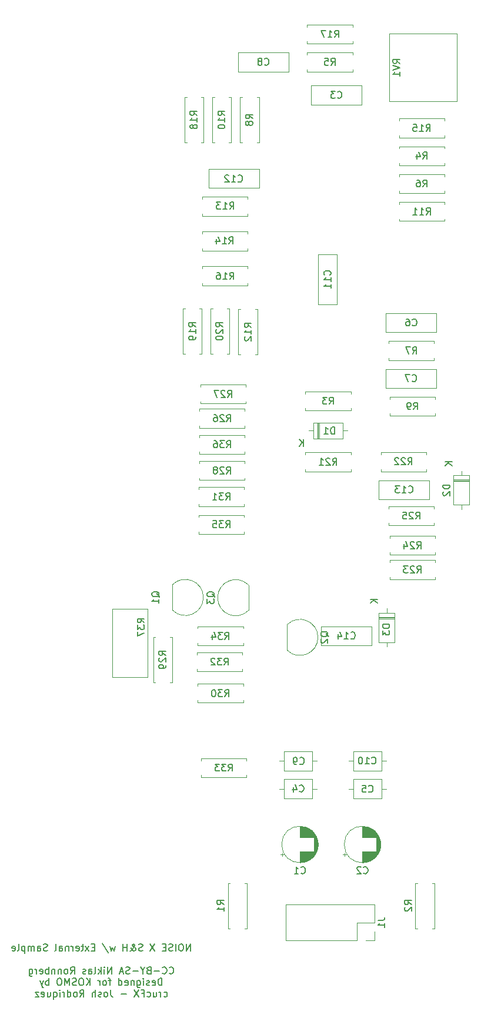
<source format=gbr>
%TF.GenerationSoftware,KiCad,Pcbnew,(5.1.6)-1*%
%TF.CreationDate,2020-06-22T20:03:53-05:00*%
%TF.ProjectId,NOISE_x_S_and_H,4e4f4953-455f-4785-9f53-5f616e645f48,rev?*%
%TF.SameCoordinates,Original*%
%TF.FileFunction,Legend,Bot*%
%TF.FilePolarity,Positive*%
%FSLAX46Y46*%
G04 Gerber Fmt 4.6, Leading zero omitted, Abs format (unit mm)*
G04 Created by KiCad (PCBNEW (5.1.6)-1) date 2020-06-22 20:03:53*
%MOMM*%
%LPD*%
G01*
G04 APERTURE LIST*
%ADD10C,0.150000*%
%ADD11C,0.120000*%
G04 APERTURE END LIST*
D10*
X99609523Y-160502380D02*
X99609523Y-159502380D01*
X99038095Y-160502380D01*
X99038095Y-159502380D01*
X98371428Y-159502380D02*
X98180952Y-159502380D01*
X98085714Y-159550000D01*
X97990476Y-159645238D01*
X97942857Y-159835714D01*
X97942857Y-160169047D01*
X97990476Y-160359523D01*
X98085714Y-160454761D01*
X98180952Y-160502380D01*
X98371428Y-160502380D01*
X98466666Y-160454761D01*
X98561904Y-160359523D01*
X98609523Y-160169047D01*
X98609523Y-159835714D01*
X98561904Y-159645238D01*
X98466666Y-159550000D01*
X98371428Y-159502380D01*
X97514285Y-160502380D02*
X97514285Y-159502380D01*
X97085714Y-160454761D02*
X96942857Y-160502380D01*
X96704761Y-160502380D01*
X96609523Y-160454761D01*
X96561904Y-160407142D01*
X96514285Y-160311904D01*
X96514285Y-160216666D01*
X96561904Y-160121428D01*
X96609523Y-160073809D01*
X96704761Y-160026190D01*
X96895238Y-159978571D01*
X96990476Y-159930952D01*
X97038095Y-159883333D01*
X97085714Y-159788095D01*
X97085714Y-159692857D01*
X97038095Y-159597619D01*
X96990476Y-159550000D01*
X96895238Y-159502380D01*
X96657142Y-159502380D01*
X96514285Y-159550000D01*
X96085714Y-159978571D02*
X95752380Y-159978571D01*
X95609523Y-160502380D02*
X96085714Y-160502380D01*
X96085714Y-159502380D01*
X95609523Y-159502380D01*
X94514285Y-159502380D02*
X93847619Y-160502380D01*
X93847619Y-159502380D02*
X94514285Y-160502380D01*
X92752380Y-160454761D02*
X92609523Y-160502380D01*
X92371428Y-160502380D01*
X92276190Y-160454761D01*
X92228571Y-160407142D01*
X92180952Y-160311904D01*
X92180952Y-160216666D01*
X92228571Y-160121428D01*
X92276190Y-160073809D01*
X92371428Y-160026190D01*
X92561904Y-159978571D01*
X92657142Y-159930952D01*
X92704761Y-159883333D01*
X92752380Y-159788095D01*
X92752380Y-159692857D01*
X92704761Y-159597619D01*
X92657142Y-159550000D01*
X92561904Y-159502380D01*
X92323809Y-159502380D01*
X92180952Y-159550000D01*
X90942857Y-160502380D02*
X90990476Y-160502380D01*
X91085714Y-160454761D01*
X91228571Y-160311904D01*
X91466666Y-160026190D01*
X91561904Y-159883333D01*
X91609523Y-159740476D01*
X91609523Y-159645238D01*
X91561904Y-159550000D01*
X91466666Y-159502380D01*
X91419047Y-159502380D01*
X91323809Y-159550000D01*
X91276190Y-159645238D01*
X91276190Y-159692857D01*
X91323809Y-159788095D01*
X91371428Y-159835714D01*
X91657142Y-160026190D01*
X91704761Y-160073809D01*
X91752380Y-160169047D01*
X91752380Y-160311904D01*
X91704761Y-160407142D01*
X91657142Y-160454761D01*
X91561904Y-160502380D01*
X91419047Y-160502380D01*
X91323809Y-160454761D01*
X91276190Y-160407142D01*
X91133333Y-160216666D01*
X91085714Y-160073809D01*
X91085714Y-159978571D01*
X90514285Y-160502380D02*
X90514285Y-159502380D01*
X90514285Y-159978571D02*
X89942857Y-159978571D01*
X89942857Y-160502380D02*
X89942857Y-159502380D01*
X88800000Y-159835714D02*
X88609523Y-160502380D01*
X88419047Y-160026190D01*
X88228571Y-160502380D01*
X88038095Y-159835714D01*
X86942857Y-159454761D02*
X87800000Y-160740476D01*
X85847619Y-159978571D02*
X85514285Y-159978571D01*
X85371428Y-160502380D02*
X85847619Y-160502380D01*
X85847619Y-159502380D01*
X85371428Y-159502380D01*
X85038095Y-160502380D02*
X84514285Y-159835714D01*
X85038095Y-159835714D02*
X84514285Y-160502380D01*
X84276190Y-159835714D02*
X83895238Y-159835714D01*
X84133333Y-159502380D02*
X84133333Y-160359523D01*
X84085714Y-160454761D01*
X83990476Y-160502380D01*
X83895238Y-160502380D01*
X83180952Y-160454761D02*
X83276190Y-160502380D01*
X83466666Y-160502380D01*
X83561904Y-160454761D01*
X83609523Y-160359523D01*
X83609523Y-159978571D01*
X83561904Y-159883333D01*
X83466666Y-159835714D01*
X83276190Y-159835714D01*
X83180952Y-159883333D01*
X83133333Y-159978571D01*
X83133333Y-160073809D01*
X83609523Y-160169047D01*
X82704761Y-160502380D02*
X82704761Y-159835714D01*
X82704761Y-160026190D02*
X82657142Y-159930952D01*
X82609523Y-159883333D01*
X82514285Y-159835714D01*
X82419047Y-159835714D01*
X82085714Y-159835714D02*
X82085714Y-160502380D01*
X82085714Y-159930952D02*
X82038095Y-159883333D01*
X81942857Y-159835714D01*
X81800000Y-159835714D01*
X81704761Y-159883333D01*
X81657142Y-159978571D01*
X81657142Y-160502380D01*
X80752380Y-160502380D02*
X80752380Y-159978571D01*
X80800000Y-159883333D01*
X80895238Y-159835714D01*
X81085714Y-159835714D01*
X81180952Y-159883333D01*
X80752380Y-160454761D02*
X80847619Y-160502380D01*
X81085714Y-160502380D01*
X81180952Y-160454761D01*
X81228571Y-160359523D01*
X81228571Y-160264285D01*
X81180952Y-160169047D01*
X81085714Y-160121428D01*
X80847619Y-160121428D01*
X80752380Y-160073809D01*
X80133333Y-160502380D02*
X80228571Y-160454761D01*
X80276190Y-160359523D01*
X80276190Y-159502380D01*
X79038095Y-160454761D02*
X78895238Y-160502380D01*
X78657142Y-160502380D01*
X78561904Y-160454761D01*
X78514285Y-160407142D01*
X78466666Y-160311904D01*
X78466666Y-160216666D01*
X78514285Y-160121428D01*
X78561904Y-160073809D01*
X78657142Y-160026190D01*
X78847619Y-159978571D01*
X78942857Y-159930952D01*
X78990476Y-159883333D01*
X79038095Y-159788095D01*
X79038095Y-159692857D01*
X78990476Y-159597619D01*
X78942857Y-159550000D01*
X78847619Y-159502380D01*
X78609523Y-159502380D01*
X78466666Y-159550000D01*
X77609523Y-160502380D02*
X77609523Y-159978571D01*
X77657142Y-159883333D01*
X77752380Y-159835714D01*
X77942857Y-159835714D01*
X78038095Y-159883333D01*
X77609523Y-160454761D02*
X77704761Y-160502380D01*
X77942857Y-160502380D01*
X78038095Y-160454761D01*
X78085714Y-160359523D01*
X78085714Y-160264285D01*
X78038095Y-160169047D01*
X77942857Y-160121428D01*
X77704761Y-160121428D01*
X77609523Y-160073809D01*
X77133333Y-160502380D02*
X77133333Y-159835714D01*
X77133333Y-159930952D02*
X77085714Y-159883333D01*
X76990476Y-159835714D01*
X76847619Y-159835714D01*
X76752380Y-159883333D01*
X76704761Y-159978571D01*
X76704761Y-160502380D01*
X76704761Y-159978571D02*
X76657142Y-159883333D01*
X76561904Y-159835714D01*
X76419047Y-159835714D01*
X76323809Y-159883333D01*
X76276190Y-159978571D01*
X76276190Y-160502380D01*
X75800000Y-159835714D02*
X75800000Y-160835714D01*
X75800000Y-159883333D02*
X75704761Y-159835714D01*
X75514285Y-159835714D01*
X75419047Y-159883333D01*
X75371428Y-159930952D01*
X75323809Y-160026190D01*
X75323809Y-160311904D01*
X75371428Y-160407142D01*
X75419047Y-160454761D01*
X75514285Y-160502380D01*
X75704761Y-160502380D01*
X75800000Y-160454761D01*
X74752380Y-160502380D02*
X74847619Y-160454761D01*
X74895238Y-160359523D01*
X74895238Y-159502380D01*
X73990476Y-160454761D02*
X74085714Y-160502380D01*
X74276190Y-160502380D01*
X74371428Y-160454761D01*
X74419047Y-160359523D01*
X74419047Y-159978571D01*
X74371428Y-159883333D01*
X74276190Y-159835714D01*
X74085714Y-159835714D01*
X73990476Y-159883333D01*
X73942857Y-159978571D01*
X73942857Y-160073809D01*
X74419047Y-160169047D01*
X96609523Y-163707142D02*
X96657142Y-163754761D01*
X96800000Y-163802380D01*
X96895238Y-163802380D01*
X97038095Y-163754761D01*
X97133333Y-163659523D01*
X97180952Y-163564285D01*
X97228571Y-163373809D01*
X97228571Y-163230952D01*
X97180952Y-163040476D01*
X97133333Y-162945238D01*
X97038095Y-162850000D01*
X96895238Y-162802380D01*
X96800000Y-162802380D01*
X96657142Y-162850000D01*
X96609523Y-162897619D01*
X95609523Y-163707142D02*
X95657142Y-163754761D01*
X95800000Y-163802380D01*
X95895238Y-163802380D01*
X96038095Y-163754761D01*
X96133333Y-163659523D01*
X96180952Y-163564285D01*
X96228571Y-163373809D01*
X96228571Y-163230952D01*
X96180952Y-163040476D01*
X96133333Y-162945238D01*
X96038095Y-162850000D01*
X95895238Y-162802380D01*
X95800000Y-162802380D01*
X95657142Y-162850000D01*
X95609523Y-162897619D01*
X95180952Y-163421428D02*
X94419047Y-163421428D01*
X93609523Y-163278571D02*
X93466666Y-163326190D01*
X93419047Y-163373809D01*
X93371428Y-163469047D01*
X93371428Y-163611904D01*
X93419047Y-163707142D01*
X93466666Y-163754761D01*
X93561904Y-163802380D01*
X93942857Y-163802380D01*
X93942857Y-162802380D01*
X93609523Y-162802380D01*
X93514285Y-162850000D01*
X93466666Y-162897619D01*
X93419047Y-162992857D01*
X93419047Y-163088095D01*
X93466666Y-163183333D01*
X93514285Y-163230952D01*
X93609523Y-163278571D01*
X93942857Y-163278571D01*
X92752380Y-163326190D02*
X92752380Y-163802380D01*
X93085714Y-162802380D02*
X92752380Y-163326190D01*
X92419047Y-162802380D01*
X92085714Y-163421428D02*
X91323809Y-163421428D01*
X90895238Y-163754761D02*
X90752380Y-163802380D01*
X90514285Y-163802380D01*
X90419047Y-163754761D01*
X90371428Y-163707142D01*
X90323809Y-163611904D01*
X90323809Y-163516666D01*
X90371428Y-163421428D01*
X90419047Y-163373809D01*
X90514285Y-163326190D01*
X90704761Y-163278571D01*
X90800000Y-163230952D01*
X90847619Y-163183333D01*
X90895238Y-163088095D01*
X90895238Y-162992857D01*
X90847619Y-162897619D01*
X90800000Y-162850000D01*
X90704761Y-162802380D01*
X90466666Y-162802380D01*
X90323809Y-162850000D01*
X89942857Y-163516666D02*
X89466666Y-163516666D01*
X90038095Y-163802380D02*
X89704761Y-162802380D01*
X89371428Y-163802380D01*
X88276190Y-163802380D02*
X88276190Y-162802380D01*
X87704761Y-163802380D01*
X87704761Y-162802380D01*
X87228571Y-163802380D02*
X87228571Y-163135714D01*
X87228571Y-162802380D02*
X87276190Y-162850000D01*
X87228571Y-162897619D01*
X87180952Y-162850000D01*
X87228571Y-162802380D01*
X87228571Y-162897619D01*
X86752380Y-163802380D02*
X86752380Y-162802380D01*
X86657142Y-163421428D02*
X86371428Y-163802380D01*
X86371428Y-163135714D02*
X86752380Y-163516666D01*
X85800000Y-163802380D02*
X85895238Y-163754761D01*
X85942857Y-163659523D01*
X85942857Y-162802380D01*
X84990476Y-163802380D02*
X84990476Y-163278571D01*
X85038095Y-163183333D01*
X85133333Y-163135714D01*
X85323809Y-163135714D01*
X85419047Y-163183333D01*
X84990476Y-163754761D02*
X85085714Y-163802380D01*
X85323809Y-163802380D01*
X85419047Y-163754761D01*
X85466666Y-163659523D01*
X85466666Y-163564285D01*
X85419047Y-163469047D01*
X85323809Y-163421428D01*
X85085714Y-163421428D01*
X84990476Y-163373809D01*
X84561904Y-163754761D02*
X84466666Y-163802380D01*
X84276190Y-163802380D01*
X84180952Y-163754761D01*
X84133333Y-163659523D01*
X84133333Y-163611904D01*
X84180952Y-163516666D01*
X84276190Y-163469047D01*
X84419047Y-163469047D01*
X84514285Y-163421428D01*
X84561904Y-163326190D01*
X84561904Y-163278571D01*
X84514285Y-163183333D01*
X84419047Y-163135714D01*
X84276190Y-163135714D01*
X84180952Y-163183333D01*
X82371428Y-163802380D02*
X82704761Y-163326190D01*
X82942857Y-163802380D02*
X82942857Y-162802380D01*
X82561904Y-162802380D01*
X82466666Y-162850000D01*
X82419047Y-162897619D01*
X82371428Y-162992857D01*
X82371428Y-163135714D01*
X82419047Y-163230952D01*
X82466666Y-163278571D01*
X82561904Y-163326190D01*
X82942857Y-163326190D01*
X81800000Y-163802380D02*
X81895238Y-163754761D01*
X81942857Y-163707142D01*
X81990476Y-163611904D01*
X81990476Y-163326190D01*
X81942857Y-163230952D01*
X81895238Y-163183333D01*
X81800000Y-163135714D01*
X81657142Y-163135714D01*
X81561904Y-163183333D01*
X81514285Y-163230952D01*
X81466666Y-163326190D01*
X81466666Y-163611904D01*
X81514285Y-163707142D01*
X81561904Y-163754761D01*
X81657142Y-163802380D01*
X81800000Y-163802380D01*
X81038095Y-163135714D02*
X81038095Y-163802380D01*
X81038095Y-163230952D02*
X80990476Y-163183333D01*
X80895238Y-163135714D01*
X80752380Y-163135714D01*
X80657142Y-163183333D01*
X80609523Y-163278571D01*
X80609523Y-163802380D01*
X80133333Y-163135714D02*
X80133333Y-163802380D01*
X80133333Y-163230952D02*
X80085714Y-163183333D01*
X79990476Y-163135714D01*
X79847619Y-163135714D01*
X79752380Y-163183333D01*
X79704761Y-163278571D01*
X79704761Y-163802380D01*
X79228571Y-163802380D02*
X79228571Y-162802380D01*
X79228571Y-163183333D02*
X79133333Y-163135714D01*
X78942857Y-163135714D01*
X78847619Y-163183333D01*
X78800000Y-163230952D01*
X78752380Y-163326190D01*
X78752380Y-163611904D01*
X78800000Y-163707142D01*
X78847619Y-163754761D01*
X78942857Y-163802380D01*
X79133333Y-163802380D01*
X79228571Y-163754761D01*
X77942857Y-163754761D02*
X78038095Y-163802380D01*
X78228571Y-163802380D01*
X78323809Y-163754761D01*
X78371428Y-163659523D01*
X78371428Y-163278571D01*
X78323809Y-163183333D01*
X78228571Y-163135714D01*
X78038095Y-163135714D01*
X77942857Y-163183333D01*
X77895238Y-163278571D01*
X77895238Y-163373809D01*
X78371428Y-163469047D01*
X77466666Y-163802380D02*
X77466666Y-163135714D01*
X77466666Y-163326190D02*
X77419047Y-163230952D01*
X77371428Y-163183333D01*
X77276190Y-163135714D01*
X77180952Y-163135714D01*
X76419047Y-163135714D02*
X76419047Y-163945238D01*
X76466666Y-164040476D01*
X76514285Y-164088095D01*
X76609523Y-164135714D01*
X76752380Y-164135714D01*
X76847619Y-164088095D01*
X76419047Y-163754761D02*
X76514285Y-163802380D01*
X76704761Y-163802380D01*
X76800000Y-163754761D01*
X76847619Y-163707142D01*
X76895238Y-163611904D01*
X76895238Y-163326190D01*
X76847619Y-163230952D01*
X76800000Y-163183333D01*
X76704761Y-163135714D01*
X76514285Y-163135714D01*
X76419047Y-163183333D01*
X95538095Y-165452380D02*
X95538095Y-164452380D01*
X95300000Y-164452380D01*
X95157142Y-164500000D01*
X95061904Y-164595238D01*
X95014285Y-164690476D01*
X94966666Y-164880952D01*
X94966666Y-165023809D01*
X95014285Y-165214285D01*
X95061904Y-165309523D01*
X95157142Y-165404761D01*
X95300000Y-165452380D01*
X95538095Y-165452380D01*
X94157142Y-165404761D02*
X94252380Y-165452380D01*
X94442857Y-165452380D01*
X94538095Y-165404761D01*
X94585714Y-165309523D01*
X94585714Y-164928571D01*
X94538095Y-164833333D01*
X94442857Y-164785714D01*
X94252380Y-164785714D01*
X94157142Y-164833333D01*
X94109523Y-164928571D01*
X94109523Y-165023809D01*
X94585714Y-165119047D01*
X93728571Y-165404761D02*
X93633333Y-165452380D01*
X93442857Y-165452380D01*
X93347619Y-165404761D01*
X93300000Y-165309523D01*
X93300000Y-165261904D01*
X93347619Y-165166666D01*
X93442857Y-165119047D01*
X93585714Y-165119047D01*
X93680952Y-165071428D01*
X93728571Y-164976190D01*
X93728571Y-164928571D01*
X93680952Y-164833333D01*
X93585714Y-164785714D01*
X93442857Y-164785714D01*
X93347619Y-164833333D01*
X92871428Y-165452380D02*
X92871428Y-164785714D01*
X92871428Y-164452380D02*
X92919047Y-164500000D01*
X92871428Y-164547619D01*
X92823809Y-164500000D01*
X92871428Y-164452380D01*
X92871428Y-164547619D01*
X91966666Y-164785714D02*
X91966666Y-165595238D01*
X92014285Y-165690476D01*
X92061904Y-165738095D01*
X92157142Y-165785714D01*
X92300000Y-165785714D01*
X92395238Y-165738095D01*
X91966666Y-165404761D02*
X92061904Y-165452380D01*
X92252380Y-165452380D01*
X92347619Y-165404761D01*
X92395238Y-165357142D01*
X92442857Y-165261904D01*
X92442857Y-164976190D01*
X92395238Y-164880952D01*
X92347619Y-164833333D01*
X92252380Y-164785714D01*
X92061904Y-164785714D01*
X91966666Y-164833333D01*
X91490476Y-164785714D02*
X91490476Y-165452380D01*
X91490476Y-164880952D02*
X91442857Y-164833333D01*
X91347619Y-164785714D01*
X91204761Y-164785714D01*
X91109523Y-164833333D01*
X91061904Y-164928571D01*
X91061904Y-165452380D01*
X90204761Y-165404761D02*
X90300000Y-165452380D01*
X90490476Y-165452380D01*
X90585714Y-165404761D01*
X90633333Y-165309523D01*
X90633333Y-164928571D01*
X90585714Y-164833333D01*
X90490476Y-164785714D01*
X90300000Y-164785714D01*
X90204761Y-164833333D01*
X90157142Y-164928571D01*
X90157142Y-165023809D01*
X90633333Y-165119047D01*
X89300000Y-165452380D02*
X89300000Y-164452380D01*
X89300000Y-165404761D02*
X89395238Y-165452380D01*
X89585714Y-165452380D01*
X89680952Y-165404761D01*
X89728571Y-165357142D01*
X89776190Y-165261904D01*
X89776190Y-164976190D01*
X89728571Y-164880952D01*
X89680952Y-164833333D01*
X89585714Y-164785714D01*
X89395238Y-164785714D01*
X89300000Y-164833333D01*
X88204761Y-164785714D02*
X87823809Y-164785714D01*
X88061904Y-165452380D02*
X88061904Y-164595238D01*
X88014285Y-164500000D01*
X87919047Y-164452380D01*
X87823809Y-164452380D01*
X87347619Y-165452380D02*
X87442857Y-165404761D01*
X87490476Y-165357142D01*
X87538095Y-165261904D01*
X87538095Y-164976190D01*
X87490476Y-164880952D01*
X87442857Y-164833333D01*
X87347619Y-164785714D01*
X87204761Y-164785714D01*
X87109523Y-164833333D01*
X87061904Y-164880952D01*
X87014285Y-164976190D01*
X87014285Y-165261904D01*
X87061904Y-165357142D01*
X87109523Y-165404761D01*
X87204761Y-165452380D01*
X87347619Y-165452380D01*
X86585714Y-165452380D02*
X86585714Y-164785714D01*
X86585714Y-164976190D02*
X86538095Y-164880952D01*
X86490476Y-164833333D01*
X86395238Y-164785714D01*
X86300000Y-164785714D01*
X85204761Y-165452380D02*
X85204761Y-164452380D01*
X84633333Y-165452380D02*
X85061904Y-164880952D01*
X84633333Y-164452380D02*
X85204761Y-165023809D01*
X84014285Y-164452380D02*
X83823809Y-164452380D01*
X83728571Y-164500000D01*
X83633333Y-164595238D01*
X83585714Y-164785714D01*
X83585714Y-165119047D01*
X83633333Y-165309523D01*
X83728571Y-165404761D01*
X83823809Y-165452380D01*
X84014285Y-165452380D01*
X84109523Y-165404761D01*
X84204761Y-165309523D01*
X84252380Y-165119047D01*
X84252380Y-164785714D01*
X84204761Y-164595238D01*
X84109523Y-164500000D01*
X84014285Y-164452380D01*
X83204761Y-165404761D02*
X83061904Y-165452380D01*
X82823809Y-165452380D01*
X82728571Y-165404761D01*
X82680952Y-165357142D01*
X82633333Y-165261904D01*
X82633333Y-165166666D01*
X82680952Y-165071428D01*
X82728571Y-165023809D01*
X82823809Y-164976190D01*
X83014285Y-164928571D01*
X83109523Y-164880952D01*
X83157142Y-164833333D01*
X83204761Y-164738095D01*
X83204761Y-164642857D01*
X83157142Y-164547619D01*
X83109523Y-164500000D01*
X83014285Y-164452380D01*
X82776190Y-164452380D01*
X82633333Y-164500000D01*
X82204761Y-165452380D02*
X82204761Y-164452380D01*
X81871428Y-165166666D01*
X81538095Y-164452380D01*
X81538095Y-165452380D01*
X80871428Y-164452380D02*
X80680952Y-164452380D01*
X80585714Y-164500000D01*
X80490476Y-164595238D01*
X80442857Y-164785714D01*
X80442857Y-165119047D01*
X80490476Y-165309523D01*
X80585714Y-165404761D01*
X80680952Y-165452380D01*
X80871428Y-165452380D01*
X80966666Y-165404761D01*
X81061904Y-165309523D01*
X81109523Y-165119047D01*
X81109523Y-164785714D01*
X81061904Y-164595238D01*
X80966666Y-164500000D01*
X80871428Y-164452380D01*
X79252380Y-165452380D02*
X79252380Y-164452380D01*
X79252380Y-164833333D02*
X79157142Y-164785714D01*
X78966666Y-164785714D01*
X78871428Y-164833333D01*
X78823809Y-164880952D01*
X78776190Y-164976190D01*
X78776190Y-165261904D01*
X78823809Y-165357142D01*
X78871428Y-165404761D01*
X78966666Y-165452380D01*
X79157142Y-165452380D01*
X79252380Y-165404761D01*
X78442857Y-164785714D02*
X78204761Y-165452380D01*
X77966666Y-164785714D02*
X78204761Y-165452380D01*
X78300000Y-165690476D01*
X78347619Y-165738095D01*
X78442857Y-165785714D01*
X95800000Y-167054761D02*
X95895238Y-167102380D01*
X96085714Y-167102380D01*
X96180952Y-167054761D01*
X96228571Y-167007142D01*
X96276190Y-166911904D01*
X96276190Y-166626190D01*
X96228571Y-166530952D01*
X96180952Y-166483333D01*
X96085714Y-166435714D01*
X95895238Y-166435714D01*
X95800000Y-166483333D01*
X95371428Y-167102380D02*
X95371428Y-166435714D01*
X95371428Y-166626190D02*
X95323809Y-166530952D01*
X95276190Y-166483333D01*
X95180952Y-166435714D01*
X95085714Y-166435714D01*
X94323809Y-166435714D02*
X94323809Y-167102380D01*
X94752380Y-166435714D02*
X94752380Y-166959523D01*
X94704761Y-167054761D01*
X94609523Y-167102380D01*
X94466666Y-167102380D01*
X94371428Y-167054761D01*
X94323809Y-167007142D01*
X93419047Y-167054761D02*
X93514285Y-167102380D01*
X93704761Y-167102380D01*
X93800000Y-167054761D01*
X93847619Y-167007142D01*
X93895238Y-166911904D01*
X93895238Y-166626190D01*
X93847619Y-166530952D01*
X93800000Y-166483333D01*
X93704761Y-166435714D01*
X93514285Y-166435714D01*
X93419047Y-166483333D01*
X92657142Y-166578571D02*
X92990476Y-166578571D01*
X92990476Y-167102380D02*
X92990476Y-166102380D01*
X92514285Y-166102380D01*
X92228571Y-166102380D02*
X91561904Y-167102380D01*
X91561904Y-166102380D02*
X92228571Y-167102380D01*
X90419047Y-166721428D02*
X89657142Y-166721428D01*
X88133333Y-166102380D02*
X88133333Y-166816666D01*
X88180952Y-166959523D01*
X88276190Y-167054761D01*
X88419047Y-167102380D01*
X88514285Y-167102380D01*
X87514285Y-167102380D02*
X87609523Y-167054761D01*
X87657142Y-167007142D01*
X87704761Y-166911904D01*
X87704761Y-166626190D01*
X87657142Y-166530952D01*
X87609523Y-166483333D01*
X87514285Y-166435714D01*
X87371428Y-166435714D01*
X87276190Y-166483333D01*
X87228571Y-166530952D01*
X87180952Y-166626190D01*
X87180952Y-166911904D01*
X87228571Y-167007142D01*
X87276190Y-167054761D01*
X87371428Y-167102380D01*
X87514285Y-167102380D01*
X86800000Y-167054761D02*
X86704761Y-167102380D01*
X86514285Y-167102380D01*
X86419047Y-167054761D01*
X86371428Y-166959523D01*
X86371428Y-166911904D01*
X86419047Y-166816666D01*
X86514285Y-166769047D01*
X86657142Y-166769047D01*
X86752380Y-166721428D01*
X86800000Y-166626190D01*
X86800000Y-166578571D01*
X86752380Y-166483333D01*
X86657142Y-166435714D01*
X86514285Y-166435714D01*
X86419047Y-166483333D01*
X85942857Y-167102380D02*
X85942857Y-166102380D01*
X85514285Y-167102380D02*
X85514285Y-166578571D01*
X85561904Y-166483333D01*
X85657142Y-166435714D01*
X85800000Y-166435714D01*
X85895238Y-166483333D01*
X85942857Y-166530952D01*
X83704761Y-167102380D02*
X84038095Y-166626190D01*
X84276190Y-167102380D02*
X84276190Y-166102380D01*
X83895238Y-166102380D01*
X83800000Y-166150000D01*
X83752380Y-166197619D01*
X83704761Y-166292857D01*
X83704761Y-166435714D01*
X83752380Y-166530952D01*
X83800000Y-166578571D01*
X83895238Y-166626190D01*
X84276190Y-166626190D01*
X83133333Y-167102380D02*
X83228571Y-167054761D01*
X83276190Y-167007142D01*
X83323809Y-166911904D01*
X83323809Y-166626190D01*
X83276190Y-166530952D01*
X83228571Y-166483333D01*
X83133333Y-166435714D01*
X82990476Y-166435714D01*
X82895238Y-166483333D01*
X82847619Y-166530952D01*
X82800000Y-166626190D01*
X82800000Y-166911904D01*
X82847619Y-167007142D01*
X82895238Y-167054761D01*
X82990476Y-167102380D01*
X83133333Y-167102380D01*
X81942857Y-167102380D02*
X81942857Y-166102380D01*
X81942857Y-167054761D02*
X82038095Y-167102380D01*
X82228571Y-167102380D01*
X82323809Y-167054761D01*
X82371428Y-167007142D01*
X82419047Y-166911904D01*
X82419047Y-166626190D01*
X82371428Y-166530952D01*
X82323809Y-166483333D01*
X82228571Y-166435714D01*
X82038095Y-166435714D01*
X81942857Y-166483333D01*
X81466666Y-167102380D02*
X81466666Y-166435714D01*
X81466666Y-166626190D02*
X81419047Y-166530952D01*
X81371428Y-166483333D01*
X81276190Y-166435714D01*
X81180952Y-166435714D01*
X80847619Y-167102380D02*
X80847619Y-166435714D01*
X80847619Y-166102380D02*
X80895238Y-166150000D01*
X80847619Y-166197619D01*
X80800000Y-166150000D01*
X80847619Y-166102380D01*
X80847619Y-166197619D01*
X79942857Y-166435714D02*
X79942857Y-167435714D01*
X79942857Y-167054761D02*
X80038095Y-167102380D01*
X80228571Y-167102380D01*
X80323809Y-167054761D01*
X80371428Y-167007142D01*
X80419047Y-166911904D01*
X80419047Y-166626190D01*
X80371428Y-166530952D01*
X80323809Y-166483333D01*
X80228571Y-166435714D01*
X80038095Y-166435714D01*
X79942857Y-166483333D01*
X79038095Y-166435714D02*
X79038095Y-167102380D01*
X79466666Y-166435714D02*
X79466666Y-166959523D01*
X79419047Y-167054761D01*
X79323809Y-167102380D01*
X79180952Y-167102380D01*
X79085714Y-167054761D01*
X79038095Y-167007142D01*
X78180952Y-167054761D02*
X78276190Y-167102380D01*
X78466666Y-167102380D01*
X78561904Y-167054761D01*
X78609523Y-166959523D01*
X78609523Y-166578571D01*
X78561904Y-166483333D01*
X78466666Y-166435714D01*
X78276190Y-166435714D01*
X78180952Y-166483333D01*
X78133333Y-166578571D01*
X78133333Y-166673809D01*
X78609523Y-166769047D01*
X77800000Y-166435714D02*
X77276190Y-166435714D01*
X77800000Y-167102380D01*
X77276190Y-167102380D01*
D11*
%TO.C,C1*%
X118020000Y-145200000D02*
G75*
G03*
X118020000Y-145200000I-2620000J0D01*
G01*
X115400000Y-144160000D02*
X115400000Y-142620000D01*
X115400000Y-147780000D02*
X115400000Y-146240000D01*
X115440000Y-144160000D02*
X115440000Y-142620000D01*
X115440000Y-147780000D02*
X115440000Y-146240000D01*
X115480000Y-147779000D02*
X115480000Y-146240000D01*
X115480000Y-144160000D02*
X115480000Y-142621000D01*
X115520000Y-147778000D02*
X115520000Y-146240000D01*
X115520000Y-144160000D02*
X115520000Y-142622000D01*
X115560000Y-147776000D02*
X115560000Y-146240000D01*
X115560000Y-144160000D02*
X115560000Y-142624000D01*
X115600000Y-147773000D02*
X115600000Y-146240000D01*
X115600000Y-144160000D02*
X115600000Y-142627000D01*
X115640000Y-147769000D02*
X115640000Y-146240000D01*
X115640000Y-144160000D02*
X115640000Y-142631000D01*
X115680000Y-147765000D02*
X115680000Y-146240000D01*
X115680000Y-144160000D02*
X115680000Y-142635000D01*
X115720000Y-147761000D02*
X115720000Y-146240000D01*
X115720000Y-144160000D02*
X115720000Y-142639000D01*
X115760000Y-147756000D02*
X115760000Y-146240000D01*
X115760000Y-144160000D02*
X115760000Y-142644000D01*
X115800000Y-147750000D02*
X115800000Y-146240000D01*
X115800000Y-144160000D02*
X115800000Y-142650000D01*
X115840000Y-147743000D02*
X115840000Y-146240000D01*
X115840000Y-144160000D02*
X115840000Y-142657000D01*
X115880000Y-147736000D02*
X115880000Y-146240000D01*
X115880000Y-144160000D02*
X115880000Y-142664000D01*
X115920000Y-147728000D02*
X115920000Y-146240000D01*
X115920000Y-144160000D02*
X115920000Y-142672000D01*
X115960000Y-147720000D02*
X115960000Y-146240000D01*
X115960000Y-144160000D02*
X115960000Y-142680000D01*
X116000000Y-147711000D02*
X116000000Y-146240000D01*
X116000000Y-144160000D02*
X116000000Y-142689000D01*
X116040000Y-147701000D02*
X116040000Y-146240000D01*
X116040000Y-144160000D02*
X116040000Y-142699000D01*
X116080000Y-147691000D02*
X116080000Y-146240000D01*
X116080000Y-144160000D02*
X116080000Y-142709000D01*
X116121000Y-147680000D02*
X116121000Y-146240000D01*
X116121000Y-144160000D02*
X116121000Y-142720000D01*
X116161000Y-147668000D02*
X116161000Y-146240000D01*
X116161000Y-144160000D02*
X116161000Y-142732000D01*
X116201000Y-147655000D02*
X116201000Y-146240000D01*
X116201000Y-144160000D02*
X116201000Y-142745000D01*
X116241000Y-147642000D02*
X116241000Y-146240000D01*
X116241000Y-144160000D02*
X116241000Y-142758000D01*
X116281000Y-147628000D02*
X116281000Y-146240000D01*
X116281000Y-144160000D02*
X116281000Y-142772000D01*
X116321000Y-147614000D02*
X116321000Y-146240000D01*
X116321000Y-144160000D02*
X116321000Y-142786000D01*
X116361000Y-147598000D02*
X116361000Y-146240000D01*
X116361000Y-144160000D02*
X116361000Y-142802000D01*
X116401000Y-147582000D02*
X116401000Y-146240000D01*
X116401000Y-144160000D02*
X116401000Y-142818000D01*
X116441000Y-147565000D02*
X116441000Y-146240000D01*
X116441000Y-144160000D02*
X116441000Y-142835000D01*
X116481000Y-147548000D02*
X116481000Y-146240000D01*
X116481000Y-144160000D02*
X116481000Y-142852000D01*
X116521000Y-147529000D02*
X116521000Y-146240000D01*
X116521000Y-144160000D02*
X116521000Y-142871000D01*
X116561000Y-147510000D02*
X116561000Y-146240000D01*
X116561000Y-144160000D02*
X116561000Y-142890000D01*
X116601000Y-147490000D02*
X116601000Y-146240000D01*
X116601000Y-144160000D02*
X116601000Y-142910000D01*
X116641000Y-147468000D02*
X116641000Y-146240000D01*
X116641000Y-144160000D02*
X116641000Y-142932000D01*
X116681000Y-147447000D02*
X116681000Y-146240000D01*
X116681000Y-144160000D02*
X116681000Y-142953000D01*
X116721000Y-147424000D02*
X116721000Y-146240000D01*
X116721000Y-144160000D02*
X116721000Y-142976000D01*
X116761000Y-147400000D02*
X116761000Y-146240000D01*
X116761000Y-144160000D02*
X116761000Y-143000000D01*
X116801000Y-147375000D02*
X116801000Y-146240000D01*
X116801000Y-144160000D02*
X116801000Y-143025000D01*
X116841000Y-147349000D02*
X116841000Y-146240000D01*
X116841000Y-144160000D02*
X116841000Y-143051000D01*
X116881000Y-147322000D02*
X116881000Y-146240000D01*
X116881000Y-144160000D02*
X116881000Y-143078000D01*
X116921000Y-147295000D02*
X116921000Y-146240000D01*
X116921000Y-144160000D02*
X116921000Y-143105000D01*
X116961000Y-147265000D02*
X116961000Y-146240000D01*
X116961000Y-144160000D02*
X116961000Y-143135000D01*
X117001000Y-147235000D02*
X117001000Y-146240000D01*
X117001000Y-144160000D02*
X117001000Y-143165000D01*
X117041000Y-147204000D02*
X117041000Y-146240000D01*
X117041000Y-144160000D02*
X117041000Y-143196000D01*
X117081000Y-147171000D02*
X117081000Y-146240000D01*
X117081000Y-144160000D02*
X117081000Y-143229000D01*
X117121000Y-147137000D02*
X117121000Y-146240000D01*
X117121000Y-144160000D02*
X117121000Y-143263000D01*
X117161000Y-147101000D02*
X117161000Y-146240000D01*
X117161000Y-144160000D02*
X117161000Y-143299000D01*
X117201000Y-147064000D02*
X117201000Y-146240000D01*
X117201000Y-144160000D02*
X117201000Y-143336000D01*
X117241000Y-147026000D02*
X117241000Y-146240000D01*
X117241000Y-144160000D02*
X117241000Y-143374000D01*
X117281000Y-146985000D02*
X117281000Y-146240000D01*
X117281000Y-144160000D02*
X117281000Y-143415000D01*
X117321000Y-146943000D02*
X117321000Y-146240000D01*
X117321000Y-144160000D02*
X117321000Y-143457000D01*
X117361000Y-146899000D02*
X117361000Y-146240000D01*
X117361000Y-144160000D02*
X117361000Y-143501000D01*
X117401000Y-146853000D02*
X117401000Y-146240000D01*
X117401000Y-144160000D02*
X117401000Y-143547000D01*
X117441000Y-146805000D02*
X117441000Y-143595000D01*
X117481000Y-146754000D02*
X117481000Y-143646000D01*
X117521000Y-146700000D02*
X117521000Y-143700000D01*
X117561000Y-146643000D02*
X117561000Y-143757000D01*
X117601000Y-146583000D02*
X117601000Y-143817000D01*
X117641000Y-146519000D02*
X117641000Y-143881000D01*
X117681000Y-146451000D02*
X117681000Y-143949000D01*
X117721000Y-146378000D02*
X117721000Y-144022000D01*
X117761000Y-146298000D02*
X117761000Y-144102000D01*
X117801000Y-146211000D02*
X117801000Y-144189000D01*
X117841000Y-146115000D02*
X117841000Y-144285000D01*
X117881000Y-146005000D02*
X117881000Y-144395000D01*
X117921000Y-145877000D02*
X117921000Y-144523000D01*
X117961000Y-145718000D02*
X117961000Y-144682000D01*
X118001000Y-145484000D02*
X118001000Y-144916000D01*
X112595225Y-146675000D02*
X113095225Y-146675000D01*
X112845225Y-146925000D02*
X112845225Y-146425000D01*
%TO.C,C2*%
X121845225Y-146925000D02*
X121845225Y-146425000D01*
X121595225Y-146675000D02*
X122095225Y-146675000D01*
X127001000Y-145484000D02*
X127001000Y-144916000D01*
X126961000Y-145718000D02*
X126961000Y-144682000D01*
X126921000Y-145877000D02*
X126921000Y-144523000D01*
X126881000Y-146005000D02*
X126881000Y-144395000D01*
X126841000Y-146115000D02*
X126841000Y-144285000D01*
X126801000Y-146211000D02*
X126801000Y-144189000D01*
X126761000Y-146298000D02*
X126761000Y-144102000D01*
X126721000Y-146378000D02*
X126721000Y-144022000D01*
X126681000Y-146451000D02*
X126681000Y-143949000D01*
X126641000Y-146519000D02*
X126641000Y-143881000D01*
X126601000Y-146583000D02*
X126601000Y-143817000D01*
X126561000Y-146643000D02*
X126561000Y-143757000D01*
X126521000Y-146700000D02*
X126521000Y-143700000D01*
X126481000Y-146754000D02*
X126481000Y-143646000D01*
X126441000Y-146805000D02*
X126441000Y-143595000D01*
X126401000Y-144160000D02*
X126401000Y-143547000D01*
X126401000Y-146853000D02*
X126401000Y-146240000D01*
X126361000Y-144160000D02*
X126361000Y-143501000D01*
X126361000Y-146899000D02*
X126361000Y-146240000D01*
X126321000Y-144160000D02*
X126321000Y-143457000D01*
X126321000Y-146943000D02*
X126321000Y-146240000D01*
X126281000Y-144160000D02*
X126281000Y-143415000D01*
X126281000Y-146985000D02*
X126281000Y-146240000D01*
X126241000Y-144160000D02*
X126241000Y-143374000D01*
X126241000Y-147026000D02*
X126241000Y-146240000D01*
X126201000Y-144160000D02*
X126201000Y-143336000D01*
X126201000Y-147064000D02*
X126201000Y-146240000D01*
X126161000Y-144160000D02*
X126161000Y-143299000D01*
X126161000Y-147101000D02*
X126161000Y-146240000D01*
X126121000Y-144160000D02*
X126121000Y-143263000D01*
X126121000Y-147137000D02*
X126121000Y-146240000D01*
X126081000Y-144160000D02*
X126081000Y-143229000D01*
X126081000Y-147171000D02*
X126081000Y-146240000D01*
X126041000Y-144160000D02*
X126041000Y-143196000D01*
X126041000Y-147204000D02*
X126041000Y-146240000D01*
X126001000Y-144160000D02*
X126001000Y-143165000D01*
X126001000Y-147235000D02*
X126001000Y-146240000D01*
X125961000Y-144160000D02*
X125961000Y-143135000D01*
X125961000Y-147265000D02*
X125961000Y-146240000D01*
X125921000Y-144160000D02*
X125921000Y-143105000D01*
X125921000Y-147295000D02*
X125921000Y-146240000D01*
X125881000Y-144160000D02*
X125881000Y-143078000D01*
X125881000Y-147322000D02*
X125881000Y-146240000D01*
X125841000Y-144160000D02*
X125841000Y-143051000D01*
X125841000Y-147349000D02*
X125841000Y-146240000D01*
X125801000Y-144160000D02*
X125801000Y-143025000D01*
X125801000Y-147375000D02*
X125801000Y-146240000D01*
X125761000Y-144160000D02*
X125761000Y-143000000D01*
X125761000Y-147400000D02*
X125761000Y-146240000D01*
X125721000Y-144160000D02*
X125721000Y-142976000D01*
X125721000Y-147424000D02*
X125721000Y-146240000D01*
X125681000Y-144160000D02*
X125681000Y-142953000D01*
X125681000Y-147447000D02*
X125681000Y-146240000D01*
X125641000Y-144160000D02*
X125641000Y-142932000D01*
X125641000Y-147468000D02*
X125641000Y-146240000D01*
X125601000Y-144160000D02*
X125601000Y-142910000D01*
X125601000Y-147490000D02*
X125601000Y-146240000D01*
X125561000Y-144160000D02*
X125561000Y-142890000D01*
X125561000Y-147510000D02*
X125561000Y-146240000D01*
X125521000Y-144160000D02*
X125521000Y-142871000D01*
X125521000Y-147529000D02*
X125521000Y-146240000D01*
X125481000Y-144160000D02*
X125481000Y-142852000D01*
X125481000Y-147548000D02*
X125481000Y-146240000D01*
X125441000Y-144160000D02*
X125441000Y-142835000D01*
X125441000Y-147565000D02*
X125441000Y-146240000D01*
X125401000Y-144160000D02*
X125401000Y-142818000D01*
X125401000Y-147582000D02*
X125401000Y-146240000D01*
X125361000Y-144160000D02*
X125361000Y-142802000D01*
X125361000Y-147598000D02*
X125361000Y-146240000D01*
X125321000Y-144160000D02*
X125321000Y-142786000D01*
X125321000Y-147614000D02*
X125321000Y-146240000D01*
X125281000Y-144160000D02*
X125281000Y-142772000D01*
X125281000Y-147628000D02*
X125281000Y-146240000D01*
X125241000Y-144160000D02*
X125241000Y-142758000D01*
X125241000Y-147642000D02*
X125241000Y-146240000D01*
X125201000Y-144160000D02*
X125201000Y-142745000D01*
X125201000Y-147655000D02*
X125201000Y-146240000D01*
X125161000Y-144160000D02*
X125161000Y-142732000D01*
X125161000Y-147668000D02*
X125161000Y-146240000D01*
X125121000Y-144160000D02*
X125121000Y-142720000D01*
X125121000Y-147680000D02*
X125121000Y-146240000D01*
X125080000Y-144160000D02*
X125080000Y-142709000D01*
X125080000Y-147691000D02*
X125080000Y-146240000D01*
X125040000Y-144160000D02*
X125040000Y-142699000D01*
X125040000Y-147701000D02*
X125040000Y-146240000D01*
X125000000Y-144160000D02*
X125000000Y-142689000D01*
X125000000Y-147711000D02*
X125000000Y-146240000D01*
X124960000Y-144160000D02*
X124960000Y-142680000D01*
X124960000Y-147720000D02*
X124960000Y-146240000D01*
X124920000Y-144160000D02*
X124920000Y-142672000D01*
X124920000Y-147728000D02*
X124920000Y-146240000D01*
X124880000Y-144160000D02*
X124880000Y-142664000D01*
X124880000Y-147736000D02*
X124880000Y-146240000D01*
X124840000Y-144160000D02*
X124840000Y-142657000D01*
X124840000Y-147743000D02*
X124840000Y-146240000D01*
X124800000Y-144160000D02*
X124800000Y-142650000D01*
X124800000Y-147750000D02*
X124800000Y-146240000D01*
X124760000Y-144160000D02*
X124760000Y-142644000D01*
X124760000Y-147756000D02*
X124760000Y-146240000D01*
X124720000Y-144160000D02*
X124720000Y-142639000D01*
X124720000Y-147761000D02*
X124720000Y-146240000D01*
X124680000Y-144160000D02*
X124680000Y-142635000D01*
X124680000Y-147765000D02*
X124680000Y-146240000D01*
X124640000Y-144160000D02*
X124640000Y-142631000D01*
X124640000Y-147769000D02*
X124640000Y-146240000D01*
X124600000Y-144160000D02*
X124600000Y-142627000D01*
X124600000Y-147773000D02*
X124600000Y-146240000D01*
X124560000Y-144160000D02*
X124560000Y-142624000D01*
X124560000Y-147776000D02*
X124560000Y-146240000D01*
X124520000Y-144160000D02*
X124520000Y-142622000D01*
X124520000Y-147778000D02*
X124520000Y-146240000D01*
X124480000Y-144160000D02*
X124480000Y-142621000D01*
X124480000Y-147779000D02*
X124480000Y-146240000D01*
X124440000Y-147780000D02*
X124440000Y-146240000D01*
X124440000Y-144160000D02*
X124440000Y-142620000D01*
X124400000Y-147780000D02*
X124400000Y-146240000D01*
X124400000Y-144160000D02*
X124400000Y-142620000D01*
X127020000Y-145200000D02*
G75*
G03*
X127020000Y-145200000I-2620000J0D01*
G01*
%TO.C,C3*%
X124270000Y-36080000D02*
X117030000Y-36080000D01*
X124270000Y-38820000D02*
X117030000Y-38820000D01*
X124270000Y-36080000D02*
X124270000Y-38820000D01*
X117030000Y-36080000D02*
X117030000Y-38820000D01*
%TO.C,C4*%
X117860000Y-137200000D02*
X117170000Y-137200000D01*
X112440000Y-137200000D02*
X113130000Y-137200000D01*
X117170000Y-138620000D02*
X113130000Y-138620000D01*
X117170000Y-135780000D02*
X117170000Y-138620000D01*
X113130000Y-135780000D02*
X117170000Y-135780000D01*
X113130000Y-138620000D02*
X113130000Y-135780000D01*
%TO.C,C5*%
X123130000Y-138620000D02*
X123130000Y-135780000D01*
X123130000Y-135780000D02*
X127170000Y-135780000D01*
X127170000Y-135780000D02*
X127170000Y-138620000D01*
X127170000Y-138620000D02*
X123130000Y-138620000D01*
X122440000Y-137200000D02*
X123130000Y-137200000D01*
X127860000Y-137200000D02*
X127170000Y-137200000D01*
%TO.C,C6*%
X127780000Y-68830000D02*
X127780000Y-71570000D01*
X135020000Y-68830000D02*
X135020000Y-71570000D01*
X135020000Y-71570000D02*
X127780000Y-71570000D01*
X135020000Y-68830000D02*
X127780000Y-68830000D01*
%TO.C,C7*%
X127780000Y-76830000D02*
X127780000Y-79570000D01*
X135020000Y-76830000D02*
X135020000Y-79570000D01*
X135020000Y-79570000D02*
X127780000Y-79570000D01*
X135020000Y-76830000D02*
X127780000Y-76830000D01*
%TO.C,C8*%
X106530000Y-31330000D02*
X106530000Y-34070000D01*
X113770000Y-31330000D02*
X113770000Y-34070000D01*
X113770000Y-34070000D02*
X106530000Y-34070000D01*
X113770000Y-31330000D02*
X106530000Y-31330000D01*
%TO.C,C9*%
X113130000Y-134620000D02*
X113130000Y-131780000D01*
X113130000Y-131780000D02*
X117170000Y-131780000D01*
X117170000Y-131780000D02*
X117170000Y-134620000D01*
X117170000Y-134620000D02*
X113130000Y-134620000D01*
X112440000Y-133200000D02*
X113130000Y-133200000D01*
X117860000Y-133200000D02*
X117170000Y-133200000D01*
%TO.C,C10*%
X127860000Y-133200000D02*
X127170000Y-133200000D01*
X122440000Y-133200000D02*
X123130000Y-133200000D01*
X127170000Y-134620000D02*
X123130000Y-134620000D01*
X127170000Y-131780000D02*
X127170000Y-134620000D01*
X123130000Y-131780000D02*
X127170000Y-131780000D01*
X123130000Y-134620000D02*
X123130000Y-131780000D01*
%TO.C,C11*%
X118030000Y-60330000D02*
X118030000Y-67570000D01*
X120770000Y-60330000D02*
X120770000Y-67570000D01*
X118030000Y-60330000D02*
X120770000Y-60330000D01*
X118030000Y-67570000D02*
X120770000Y-67570000D01*
%TO.C,C12*%
X109520000Y-48080000D02*
X102280000Y-48080000D01*
X109520000Y-50820000D02*
X102280000Y-50820000D01*
X109520000Y-48080000D02*
X109520000Y-50820000D01*
X102280000Y-48080000D02*
X102280000Y-50820000D01*
%TO.C,Q1*%
X97050000Y-111480000D02*
X97050000Y-107880000D01*
X97061522Y-111518478D02*
G75*
G03*
X101500000Y-109680000I1838478J1838478D01*
G01*
X97061522Y-107841522D02*
G75*
G02*
X101500000Y-109680000I1838478J-1838478D01*
G01*
%TO.C,Q2*%
X113550000Y-117230000D02*
X113550000Y-113630000D01*
X113561522Y-117268478D02*
G75*
G03*
X118000000Y-115430000I1838478J1838478D01*
G01*
X113561522Y-113591522D02*
G75*
G02*
X118000000Y-115430000I1838478J-1838478D01*
G01*
%TO.C,R7*%
X128190000Y-75240000D02*
X128190000Y-75570000D01*
X128190000Y-75570000D02*
X134730000Y-75570000D01*
X134730000Y-75570000D02*
X134730000Y-75240000D01*
X128190000Y-73160000D02*
X128190000Y-72830000D01*
X128190000Y-72830000D02*
X134730000Y-72830000D01*
X134730000Y-72830000D02*
X134730000Y-73160000D01*
%TO.C,R4*%
X136230000Y-44830000D02*
X136230000Y-45160000D01*
X129690000Y-44830000D02*
X136230000Y-44830000D01*
X129690000Y-45160000D02*
X129690000Y-44830000D01*
X136230000Y-47570000D02*
X136230000Y-47240000D01*
X129690000Y-47570000D02*
X136230000Y-47570000D01*
X129690000Y-47240000D02*
X129690000Y-47570000D01*
%TO.C,R12*%
X106860000Y-68240000D02*
X106530000Y-68240000D01*
X106530000Y-68240000D02*
X106530000Y-74780000D01*
X106530000Y-74780000D02*
X106860000Y-74780000D01*
X108940000Y-68240000D02*
X109270000Y-68240000D01*
X109270000Y-68240000D02*
X109270000Y-74780000D01*
X109270000Y-74780000D02*
X108940000Y-74780000D01*
%TO.C,R21*%
X116190000Y-91240000D02*
X116190000Y-91570000D01*
X116190000Y-91570000D02*
X122730000Y-91570000D01*
X122730000Y-91570000D02*
X122730000Y-91240000D01*
X116190000Y-89160000D02*
X116190000Y-88830000D01*
X116190000Y-88830000D02*
X122730000Y-88830000D01*
X122730000Y-88830000D02*
X122730000Y-89160000D01*
%TO.C,R23*%
X128320000Y-107070000D02*
X128320000Y-106740000D01*
X134860000Y-107070000D02*
X128320000Y-107070000D01*
X134860000Y-106740000D02*
X134860000Y-107070000D01*
X128320000Y-104330000D02*
X128320000Y-104660000D01*
X134860000Y-104330000D02*
X128320000Y-104330000D01*
X134860000Y-104660000D02*
X134860000Y-104330000D01*
%TO.C,D2*%
X137530000Y-92740000D02*
X139770000Y-92740000D01*
X137530000Y-92980000D02*
X139770000Y-92980000D01*
X137530000Y-92860000D02*
X139770000Y-92860000D01*
X138650000Y-97030000D02*
X138650000Y-96380000D01*
X138650000Y-91490000D02*
X138650000Y-92140000D01*
X137530000Y-96380000D02*
X137530000Y-92140000D01*
X139770000Y-96380000D02*
X137530000Y-96380000D01*
X139770000Y-92140000D02*
X139770000Y-96380000D01*
X137530000Y-92140000D02*
X139770000Y-92140000D01*
%TO.C,R1*%
X105360000Y-150740000D02*
X105030000Y-150740000D01*
X105030000Y-150740000D02*
X105030000Y-157280000D01*
X105030000Y-157280000D02*
X105360000Y-157280000D01*
X107440000Y-150740000D02*
X107770000Y-150740000D01*
X107770000Y-150740000D02*
X107770000Y-157280000D01*
X107770000Y-157280000D02*
X107440000Y-157280000D01*
%TO.C,R13*%
X107860000Y-52410000D02*
X107860000Y-52080000D01*
X107860000Y-52080000D02*
X101320000Y-52080000D01*
X101320000Y-52080000D02*
X101320000Y-52410000D01*
X107860000Y-54490000D02*
X107860000Y-54820000D01*
X107860000Y-54820000D02*
X101320000Y-54820000D01*
X101320000Y-54820000D02*
X101320000Y-54490000D01*
%TO.C,C13*%
X134020000Y-95570000D02*
X134020000Y-92830000D01*
X126780000Y-95570000D02*
X126780000Y-92830000D01*
X126780000Y-92830000D02*
X134020000Y-92830000D01*
X126780000Y-95570000D02*
X134020000Y-95570000D01*
%TO.C,R15*%
X129690000Y-43240000D02*
X129690000Y-43570000D01*
X129690000Y-43570000D02*
X136230000Y-43570000D01*
X136230000Y-43570000D02*
X136230000Y-43240000D01*
X129690000Y-41160000D02*
X129690000Y-40830000D01*
X129690000Y-40830000D02*
X136230000Y-40830000D01*
X136230000Y-40830000D02*
X136230000Y-41160000D01*
%TO.C,R17*%
X122980000Y-27330000D02*
X122980000Y-27660000D01*
X116440000Y-27330000D02*
X122980000Y-27330000D01*
X116440000Y-27660000D02*
X116440000Y-27330000D01*
X122980000Y-30070000D02*
X122980000Y-29740000D01*
X116440000Y-30070000D02*
X122980000Y-30070000D01*
X116440000Y-29740000D02*
X116440000Y-30070000D01*
%TO.C,R18*%
X99110000Y-37740000D02*
X98780000Y-37740000D01*
X98780000Y-37740000D02*
X98780000Y-44280000D01*
X98780000Y-44280000D02*
X99110000Y-44280000D01*
X101190000Y-37740000D02*
X101520000Y-37740000D01*
X101520000Y-37740000D02*
X101520000Y-44280000D01*
X101520000Y-44280000D02*
X101190000Y-44280000D01*
%TO.C,R19*%
X98530000Y-68120000D02*
X98860000Y-68120000D01*
X98530000Y-74660000D02*
X98530000Y-68120000D01*
X98860000Y-74660000D02*
X98530000Y-74660000D01*
X101270000Y-68120000D02*
X100940000Y-68120000D01*
X101270000Y-74660000D02*
X101270000Y-68120000D01*
X100940000Y-74660000D02*
X101270000Y-74660000D01*
%TO.C,R35*%
X107360000Y-98160000D02*
X107360000Y-97830000D01*
X107360000Y-97830000D02*
X100820000Y-97830000D01*
X100820000Y-97830000D02*
X100820000Y-98160000D01*
X107360000Y-100240000D02*
X107360000Y-100570000D01*
X107360000Y-100570000D02*
X100820000Y-100570000D01*
X100820000Y-100570000D02*
X100820000Y-100240000D01*
%TO.C,J1*%
X126170000Y-159030000D02*
X126170000Y-157700000D01*
X124840000Y-159030000D02*
X126170000Y-159030000D01*
X126170000Y-156430000D02*
X126170000Y-153830000D01*
X123570000Y-156430000D02*
X126170000Y-156430000D01*
X123570000Y-159030000D02*
X123570000Y-156430000D01*
X126170000Y-153830000D02*
X113350000Y-153830000D01*
X123570000Y-159030000D02*
X113350000Y-159030000D01*
X113350000Y-159030000D02*
X113350000Y-153830000D01*
%TO.C,RV1*%
X138020000Y-38375000D02*
X138020000Y-28605000D01*
X128250000Y-38375000D02*
X128250000Y-28605000D01*
X128250000Y-28605000D02*
X138020000Y-28605000D01*
X128250000Y-38375000D02*
X138020000Y-38375000D01*
%TO.C,Q3*%
X108000000Y-107920000D02*
X108000000Y-111520000D01*
X107988478Y-111558478D02*
G75*
G02*
X103550000Y-109720000I-1838478J1838478D01*
G01*
X107988478Y-107881522D02*
G75*
G03*
X103550000Y-109720000I-1838478J-1838478D01*
G01*
%TO.C,R20*%
X102530000Y-68120000D02*
X102860000Y-68120000D01*
X102530000Y-74660000D02*
X102530000Y-68120000D01*
X102860000Y-74660000D02*
X102530000Y-74660000D01*
X105270000Y-68120000D02*
X104940000Y-68120000D01*
X105270000Y-74660000D02*
X105270000Y-68120000D01*
X104940000Y-74660000D02*
X105270000Y-74660000D01*
%TO.C,D1*%
X117940000Y-86820000D02*
X117940000Y-84580000D01*
X118180000Y-86820000D02*
X118180000Y-84580000D01*
X118060000Y-86820000D02*
X118060000Y-84580000D01*
X122230000Y-85700000D02*
X121580000Y-85700000D01*
X116690000Y-85700000D02*
X117340000Y-85700000D01*
X121580000Y-86820000D02*
X117340000Y-86820000D01*
X121580000Y-84580000D02*
X121580000Y-86820000D01*
X117340000Y-84580000D02*
X121580000Y-84580000D01*
X117340000Y-86820000D02*
X117340000Y-84580000D01*
%TO.C,R6*%
X129690000Y-51240000D02*
X129690000Y-51570000D01*
X129690000Y-51570000D02*
X136230000Y-51570000D01*
X136230000Y-51570000D02*
X136230000Y-51240000D01*
X129690000Y-49160000D02*
X129690000Y-48830000D01*
X129690000Y-48830000D02*
X136230000Y-48830000D01*
X136230000Y-48830000D02*
X136230000Y-49160000D01*
%TO.C,R8*%
X109190000Y-44280000D02*
X109520000Y-44280000D01*
X109520000Y-44280000D02*
X109520000Y-37740000D01*
X109520000Y-37740000D02*
X109190000Y-37740000D01*
X107110000Y-44280000D02*
X106780000Y-44280000D01*
X106780000Y-44280000D02*
X106780000Y-37740000D01*
X106780000Y-37740000D02*
X107110000Y-37740000D01*
%TO.C,C14*%
X118480000Y-116570000D02*
X125720000Y-116570000D01*
X118480000Y-113830000D02*
X125720000Y-113830000D01*
X118480000Y-116570000D02*
X118480000Y-113830000D01*
X125720000Y-116570000D02*
X125720000Y-113830000D01*
%TO.C,R2*%
X132360000Y-150740000D02*
X132030000Y-150740000D01*
X132030000Y-150740000D02*
X132030000Y-157280000D01*
X132030000Y-157280000D02*
X132360000Y-157280000D01*
X134440000Y-150740000D02*
X134770000Y-150740000D01*
X134770000Y-150740000D02*
X134770000Y-157280000D01*
X134770000Y-157280000D02*
X134440000Y-157280000D01*
%TO.C,R9*%
X134860000Y-81160000D02*
X134860000Y-80830000D01*
X134860000Y-80830000D02*
X128320000Y-80830000D01*
X128320000Y-80830000D02*
X128320000Y-81160000D01*
X134860000Y-83240000D02*
X134860000Y-83570000D01*
X134860000Y-83570000D02*
X128320000Y-83570000D01*
X128320000Y-83570000D02*
X128320000Y-83240000D01*
%TO.C,R14*%
X101320000Y-59820000D02*
X101320000Y-59490000D01*
X107860000Y-59820000D02*
X101320000Y-59820000D01*
X107860000Y-59490000D02*
X107860000Y-59820000D01*
X101320000Y-57080000D02*
X101320000Y-57410000D01*
X107860000Y-57080000D02*
X101320000Y-57080000D01*
X107860000Y-57410000D02*
X107860000Y-57080000D01*
%TO.C,D3*%
X126780000Y-111890000D02*
X129020000Y-111890000D01*
X129020000Y-111890000D02*
X129020000Y-116130000D01*
X129020000Y-116130000D02*
X126780000Y-116130000D01*
X126780000Y-116130000D02*
X126780000Y-111890000D01*
X127900000Y-111240000D02*
X127900000Y-111890000D01*
X127900000Y-116780000D02*
X127900000Y-116130000D01*
X126780000Y-112610000D02*
X129020000Y-112610000D01*
X126780000Y-112730000D02*
X129020000Y-112730000D01*
X126780000Y-112490000D02*
X129020000Y-112490000D01*
%TO.C,R5*%
X122980000Y-31330000D02*
X122980000Y-31660000D01*
X116440000Y-31330000D02*
X122980000Y-31330000D01*
X116440000Y-31660000D02*
X116440000Y-31330000D01*
X122980000Y-34070000D02*
X122980000Y-33740000D01*
X116440000Y-34070000D02*
X122980000Y-34070000D01*
X116440000Y-33740000D02*
X116440000Y-34070000D01*
%TO.C,R3*%
X122730000Y-80080000D02*
X122730000Y-80410000D01*
X116190000Y-80080000D02*
X122730000Y-80080000D01*
X116190000Y-80410000D02*
X116190000Y-80080000D01*
X122730000Y-82820000D02*
X122730000Y-82490000D01*
X116190000Y-82820000D02*
X122730000Y-82820000D01*
X116190000Y-82490000D02*
X116190000Y-82820000D01*
%TO.C,R10*%
X103110000Y-37740000D02*
X102780000Y-37740000D01*
X102780000Y-37740000D02*
X102780000Y-44280000D01*
X102780000Y-44280000D02*
X103110000Y-44280000D01*
X105190000Y-37740000D02*
X105520000Y-37740000D01*
X105520000Y-37740000D02*
X105520000Y-44280000D01*
X105520000Y-44280000D02*
X105190000Y-44280000D01*
%TO.C,R11*%
X136230000Y-52830000D02*
X136230000Y-53160000D01*
X129690000Y-52830000D02*
X136230000Y-52830000D01*
X129690000Y-53160000D02*
X129690000Y-52830000D01*
X136230000Y-55570000D02*
X136230000Y-55240000D01*
X129690000Y-55570000D02*
X136230000Y-55570000D01*
X129690000Y-55240000D02*
X129690000Y-55570000D01*
%TO.C,R16*%
X107860000Y-62410000D02*
X107860000Y-62080000D01*
X107860000Y-62080000D02*
X101320000Y-62080000D01*
X101320000Y-62080000D02*
X101320000Y-62410000D01*
X107860000Y-64490000D02*
X107860000Y-64820000D01*
X107860000Y-64820000D02*
X101320000Y-64820000D01*
X101320000Y-64820000D02*
X101320000Y-64490000D01*
%TO.C,R22*%
X127070000Y-91570000D02*
X127070000Y-91240000D01*
X133610000Y-91570000D02*
X127070000Y-91570000D01*
X133610000Y-91240000D02*
X133610000Y-91570000D01*
X127070000Y-88830000D02*
X127070000Y-89160000D01*
X133610000Y-88830000D02*
X127070000Y-88830000D01*
X133610000Y-89160000D02*
X133610000Y-88830000D01*
%TO.C,R24*%
X134860000Y-101160000D02*
X134860000Y-100830000D01*
X134860000Y-100830000D02*
X128320000Y-100830000D01*
X128320000Y-100830000D02*
X128320000Y-101160000D01*
X134860000Y-103240000D02*
X134860000Y-103570000D01*
X134860000Y-103570000D02*
X128320000Y-103570000D01*
X128320000Y-103570000D02*
X128320000Y-103240000D01*
%TO.C,R25*%
X134730000Y-96580000D02*
X134730000Y-96910000D01*
X128190000Y-96580000D02*
X134730000Y-96580000D01*
X128190000Y-96910000D02*
X128190000Y-96580000D01*
X134730000Y-99320000D02*
X134730000Y-98990000D01*
X128190000Y-99320000D02*
X134730000Y-99320000D01*
X128190000Y-98990000D02*
X128190000Y-99320000D01*
%TO.C,R26*%
X100940000Y-84990000D02*
X100940000Y-85320000D01*
X100940000Y-85320000D02*
X107480000Y-85320000D01*
X107480000Y-85320000D02*
X107480000Y-84990000D01*
X100940000Y-82910000D02*
X100940000Y-82580000D01*
X100940000Y-82580000D02*
X107480000Y-82580000D01*
X107480000Y-82580000D02*
X107480000Y-82910000D01*
%TO.C,R27*%
X101070000Y-81820000D02*
X101070000Y-81490000D01*
X107610000Y-81820000D02*
X101070000Y-81820000D01*
X107610000Y-81490000D02*
X107610000Y-81820000D01*
X101070000Y-79080000D02*
X101070000Y-79410000D01*
X107610000Y-79080000D02*
X101070000Y-79080000D01*
X107610000Y-79410000D02*
X107610000Y-79080000D01*
%TO.C,R29*%
X94280000Y-115370000D02*
X94610000Y-115370000D01*
X94280000Y-121910000D02*
X94280000Y-115370000D01*
X94610000Y-121910000D02*
X94280000Y-121910000D01*
X97020000Y-115370000D02*
X96690000Y-115370000D01*
X97020000Y-121910000D02*
X97020000Y-115370000D01*
X96690000Y-121910000D02*
X97020000Y-121910000D01*
%TO.C,R30*%
X100690000Y-124490000D02*
X100690000Y-124820000D01*
X100690000Y-124820000D02*
X107230000Y-124820000D01*
X107230000Y-124820000D02*
X107230000Y-124490000D01*
X100690000Y-122410000D02*
X100690000Y-122080000D01*
X100690000Y-122080000D02*
X107230000Y-122080000D01*
X107230000Y-122080000D02*
X107230000Y-122410000D01*
%TO.C,R31*%
X100820000Y-96570000D02*
X100820000Y-96240000D01*
X107360000Y-96570000D02*
X100820000Y-96570000D01*
X107360000Y-96240000D02*
X107360000Y-96570000D01*
X100820000Y-93830000D02*
X100820000Y-94160000D01*
X107360000Y-93830000D02*
X100820000Y-93830000D01*
X107360000Y-94160000D02*
X107360000Y-93830000D01*
%TO.C,R28*%
X100940000Y-92490000D02*
X100940000Y-92820000D01*
X100940000Y-92820000D02*
X107480000Y-92820000D01*
X107480000Y-92820000D02*
X107480000Y-92490000D01*
X100940000Y-90410000D02*
X100940000Y-90080000D01*
X100940000Y-90080000D02*
X107480000Y-90080000D01*
X107480000Y-90080000D02*
X107480000Y-90410000D01*
%TO.C,R32*%
X100570000Y-120320000D02*
X100570000Y-119990000D01*
X107110000Y-120320000D02*
X100570000Y-120320000D01*
X107110000Y-119990000D02*
X107110000Y-120320000D01*
X100570000Y-117580000D02*
X100570000Y-117910000D01*
X107110000Y-117580000D02*
X100570000Y-117580000D01*
X107110000Y-117910000D02*
X107110000Y-117580000D01*
%TO.C,R33*%
X107730000Y-132830000D02*
X107730000Y-133160000D01*
X101190000Y-132830000D02*
X107730000Y-132830000D01*
X101190000Y-133160000D02*
X101190000Y-132830000D01*
X107730000Y-135570000D02*
X107730000Y-135240000D01*
X101190000Y-135570000D02*
X107730000Y-135570000D01*
X101190000Y-135240000D02*
X101190000Y-135570000D01*
%TO.C,R34*%
X100690000Y-116240000D02*
X100690000Y-116570000D01*
X100690000Y-116570000D02*
X107230000Y-116570000D01*
X107230000Y-116570000D02*
X107230000Y-116240000D01*
X100690000Y-114160000D02*
X100690000Y-113830000D01*
X100690000Y-113830000D02*
X107230000Y-113830000D01*
X107230000Y-113830000D02*
X107230000Y-114160000D01*
%TO.C,R36*%
X107480000Y-86330000D02*
X107480000Y-86660000D01*
X100940000Y-86330000D02*
X107480000Y-86330000D01*
X100940000Y-86660000D02*
X100940000Y-86330000D01*
X107480000Y-89070000D02*
X107480000Y-88740000D01*
X100940000Y-89070000D02*
X107480000Y-89070000D01*
X100940000Y-88740000D02*
X100940000Y-89070000D01*
%TO.C,R37*%
X93430000Y-121125000D02*
X93430000Y-111355000D01*
X88360000Y-121125000D02*
X88360000Y-111355000D01*
X93430000Y-121125000D02*
X88360000Y-121125000D01*
X93430000Y-111355000D02*
X88360000Y-111355000D01*
%TO.C,C1*%
D10*
X115566666Y-149307142D02*
X115614285Y-149354761D01*
X115757142Y-149402380D01*
X115852380Y-149402380D01*
X115995238Y-149354761D01*
X116090476Y-149259523D01*
X116138095Y-149164285D01*
X116185714Y-148973809D01*
X116185714Y-148830952D01*
X116138095Y-148640476D01*
X116090476Y-148545238D01*
X115995238Y-148450000D01*
X115852380Y-148402380D01*
X115757142Y-148402380D01*
X115614285Y-148450000D01*
X115566666Y-148497619D01*
X114614285Y-149402380D02*
X115185714Y-149402380D01*
X114900000Y-149402380D02*
X114900000Y-148402380D01*
X114995238Y-148545238D01*
X115090476Y-148640476D01*
X115185714Y-148688095D01*
%TO.C,C2*%
X124566666Y-149307142D02*
X124614285Y-149354761D01*
X124757142Y-149402380D01*
X124852380Y-149402380D01*
X124995238Y-149354761D01*
X125090476Y-149259523D01*
X125138095Y-149164285D01*
X125185714Y-148973809D01*
X125185714Y-148830952D01*
X125138095Y-148640476D01*
X125090476Y-148545238D01*
X124995238Y-148450000D01*
X124852380Y-148402380D01*
X124757142Y-148402380D01*
X124614285Y-148450000D01*
X124566666Y-148497619D01*
X124185714Y-148497619D02*
X124138095Y-148450000D01*
X124042857Y-148402380D01*
X123804761Y-148402380D01*
X123709523Y-148450000D01*
X123661904Y-148497619D01*
X123614285Y-148592857D01*
X123614285Y-148688095D01*
X123661904Y-148830952D01*
X124233333Y-149402380D01*
X123614285Y-149402380D01*
%TO.C,C3*%
X120816666Y-37807142D02*
X120864285Y-37854761D01*
X121007142Y-37902380D01*
X121102380Y-37902380D01*
X121245238Y-37854761D01*
X121340476Y-37759523D01*
X121388095Y-37664285D01*
X121435714Y-37473809D01*
X121435714Y-37330952D01*
X121388095Y-37140476D01*
X121340476Y-37045238D01*
X121245238Y-36950000D01*
X121102380Y-36902380D01*
X121007142Y-36902380D01*
X120864285Y-36950000D01*
X120816666Y-36997619D01*
X120483333Y-36902380D02*
X119864285Y-36902380D01*
X120197619Y-37283333D01*
X120054761Y-37283333D01*
X119959523Y-37330952D01*
X119911904Y-37378571D01*
X119864285Y-37473809D01*
X119864285Y-37711904D01*
X119911904Y-37807142D01*
X119959523Y-37854761D01*
X120054761Y-37902380D01*
X120340476Y-37902380D01*
X120435714Y-37854761D01*
X120483333Y-37807142D01*
%TO.C,C4*%
X115336666Y-137547142D02*
X115384285Y-137594761D01*
X115527142Y-137642380D01*
X115622380Y-137642380D01*
X115765238Y-137594761D01*
X115860476Y-137499523D01*
X115908095Y-137404285D01*
X115955714Y-137213809D01*
X115955714Y-137070952D01*
X115908095Y-136880476D01*
X115860476Y-136785238D01*
X115765238Y-136690000D01*
X115622380Y-136642380D01*
X115527142Y-136642380D01*
X115384285Y-136690000D01*
X115336666Y-136737619D01*
X114479523Y-136975714D02*
X114479523Y-137642380D01*
X114717619Y-136594761D02*
X114955714Y-137309047D01*
X114336666Y-137309047D01*
%TO.C,C5*%
X125296666Y-137597142D02*
X125344285Y-137644761D01*
X125487142Y-137692380D01*
X125582380Y-137692380D01*
X125725238Y-137644761D01*
X125820476Y-137549523D01*
X125868095Y-137454285D01*
X125915714Y-137263809D01*
X125915714Y-137120952D01*
X125868095Y-136930476D01*
X125820476Y-136835238D01*
X125725238Y-136740000D01*
X125582380Y-136692380D01*
X125487142Y-136692380D01*
X125344285Y-136740000D01*
X125296666Y-136787619D01*
X124391904Y-136692380D02*
X124868095Y-136692380D01*
X124915714Y-137168571D01*
X124868095Y-137120952D01*
X124772857Y-137073333D01*
X124534761Y-137073333D01*
X124439523Y-137120952D01*
X124391904Y-137168571D01*
X124344285Y-137263809D01*
X124344285Y-137501904D01*
X124391904Y-137597142D01*
X124439523Y-137644761D01*
X124534761Y-137692380D01*
X124772857Y-137692380D01*
X124868095Y-137644761D01*
X124915714Y-137597142D01*
%TO.C,C6*%
X131596666Y-70547142D02*
X131644285Y-70594761D01*
X131787142Y-70642380D01*
X131882380Y-70642380D01*
X132025238Y-70594761D01*
X132120476Y-70499523D01*
X132168095Y-70404285D01*
X132215714Y-70213809D01*
X132215714Y-70070952D01*
X132168095Y-69880476D01*
X132120476Y-69785238D01*
X132025238Y-69690000D01*
X131882380Y-69642380D01*
X131787142Y-69642380D01*
X131644285Y-69690000D01*
X131596666Y-69737619D01*
X130739523Y-69642380D02*
X130930000Y-69642380D01*
X131025238Y-69690000D01*
X131072857Y-69737619D01*
X131168095Y-69880476D01*
X131215714Y-70070952D01*
X131215714Y-70451904D01*
X131168095Y-70547142D01*
X131120476Y-70594761D01*
X131025238Y-70642380D01*
X130834761Y-70642380D01*
X130739523Y-70594761D01*
X130691904Y-70547142D01*
X130644285Y-70451904D01*
X130644285Y-70213809D01*
X130691904Y-70118571D01*
X130739523Y-70070952D01*
X130834761Y-70023333D01*
X131025238Y-70023333D01*
X131120476Y-70070952D01*
X131168095Y-70118571D01*
X131215714Y-70213809D01*
%TO.C,C7*%
X131566666Y-78557142D02*
X131614285Y-78604761D01*
X131757142Y-78652380D01*
X131852380Y-78652380D01*
X131995238Y-78604761D01*
X132090476Y-78509523D01*
X132138095Y-78414285D01*
X132185714Y-78223809D01*
X132185714Y-78080952D01*
X132138095Y-77890476D01*
X132090476Y-77795238D01*
X131995238Y-77700000D01*
X131852380Y-77652380D01*
X131757142Y-77652380D01*
X131614285Y-77700000D01*
X131566666Y-77747619D01*
X131233333Y-77652380D02*
X130566666Y-77652380D01*
X130995238Y-78652380D01*
%TO.C,C8*%
X110316666Y-33057142D02*
X110364285Y-33104761D01*
X110507142Y-33152380D01*
X110602380Y-33152380D01*
X110745238Y-33104761D01*
X110840476Y-33009523D01*
X110888095Y-32914285D01*
X110935714Y-32723809D01*
X110935714Y-32580952D01*
X110888095Y-32390476D01*
X110840476Y-32295238D01*
X110745238Y-32200000D01*
X110602380Y-32152380D01*
X110507142Y-32152380D01*
X110364285Y-32200000D01*
X110316666Y-32247619D01*
X109745238Y-32580952D02*
X109840476Y-32533333D01*
X109888095Y-32485714D01*
X109935714Y-32390476D01*
X109935714Y-32342857D01*
X109888095Y-32247619D01*
X109840476Y-32200000D01*
X109745238Y-32152380D01*
X109554761Y-32152380D01*
X109459523Y-32200000D01*
X109411904Y-32247619D01*
X109364285Y-32342857D01*
X109364285Y-32390476D01*
X109411904Y-32485714D01*
X109459523Y-32533333D01*
X109554761Y-32580952D01*
X109745238Y-32580952D01*
X109840476Y-32628571D01*
X109888095Y-32676190D01*
X109935714Y-32771428D01*
X109935714Y-32961904D01*
X109888095Y-33057142D01*
X109840476Y-33104761D01*
X109745238Y-33152380D01*
X109554761Y-33152380D01*
X109459523Y-33104761D01*
X109411904Y-33057142D01*
X109364285Y-32961904D01*
X109364285Y-32771428D01*
X109411904Y-32676190D01*
X109459523Y-32628571D01*
X109554761Y-32580952D01*
%TO.C,C9*%
X115386666Y-133597142D02*
X115434285Y-133644761D01*
X115577142Y-133692380D01*
X115672380Y-133692380D01*
X115815238Y-133644761D01*
X115910476Y-133549523D01*
X115958095Y-133454285D01*
X116005714Y-133263809D01*
X116005714Y-133120952D01*
X115958095Y-132930476D01*
X115910476Y-132835238D01*
X115815238Y-132740000D01*
X115672380Y-132692380D01*
X115577142Y-132692380D01*
X115434285Y-132740000D01*
X115386666Y-132787619D01*
X114910476Y-133692380D02*
X114720000Y-133692380D01*
X114624761Y-133644761D01*
X114577142Y-133597142D01*
X114481904Y-133454285D01*
X114434285Y-133263809D01*
X114434285Y-132882857D01*
X114481904Y-132787619D01*
X114529523Y-132740000D01*
X114624761Y-132692380D01*
X114815238Y-132692380D01*
X114910476Y-132740000D01*
X114958095Y-132787619D01*
X115005714Y-132882857D01*
X115005714Y-133120952D01*
X114958095Y-133216190D01*
X114910476Y-133263809D01*
X114815238Y-133311428D01*
X114624761Y-133311428D01*
X114529523Y-133263809D01*
X114481904Y-133216190D01*
X114434285Y-133120952D01*
%TO.C,C10*%
X125742857Y-133527142D02*
X125790476Y-133574761D01*
X125933333Y-133622380D01*
X126028571Y-133622380D01*
X126171428Y-133574761D01*
X126266666Y-133479523D01*
X126314285Y-133384285D01*
X126361904Y-133193809D01*
X126361904Y-133050952D01*
X126314285Y-132860476D01*
X126266666Y-132765238D01*
X126171428Y-132670000D01*
X126028571Y-132622380D01*
X125933333Y-132622380D01*
X125790476Y-132670000D01*
X125742857Y-132717619D01*
X124790476Y-133622380D02*
X125361904Y-133622380D01*
X125076190Y-133622380D02*
X125076190Y-132622380D01*
X125171428Y-132765238D01*
X125266666Y-132860476D01*
X125361904Y-132908095D01*
X124171428Y-132622380D02*
X124076190Y-132622380D01*
X123980952Y-132670000D01*
X123933333Y-132717619D01*
X123885714Y-132812857D01*
X123838095Y-133003333D01*
X123838095Y-133241428D01*
X123885714Y-133431904D01*
X123933333Y-133527142D01*
X123980952Y-133574761D01*
X124076190Y-133622380D01*
X124171428Y-133622380D01*
X124266666Y-133574761D01*
X124314285Y-133527142D01*
X124361904Y-133431904D01*
X124409523Y-133241428D01*
X124409523Y-133003333D01*
X124361904Y-132812857D01*
X124314285Y-132717619D01*
X124266666Y-132670000D01*
X124171428Y-132622380D01*
%TO.C,C11*%
X119757142Y-63307142D02*
X119804761Y-63259523D01*
X119852380Y-63116666D01*
X119852380Y-63021428D01*
X119804761Y-62878571D01*
X119709523Y-62783333D01*
X119614285Y-62735714D01*
X119423809Y-62688095D01*
X119280952Y-62688095D01*
X119090476Y-62735714D01*
X118995238Y-62783333D01*
X118900000Y-62878571D01*
X118852380Y-63021428D01*
X118852380Y-63116666D01*
X118900000Y-63259523D01*
X118947619Y-63307142D01*
X119852380Y-64259523D02*
X119852380Y-63688095D01*
X119852380Y-63973809D02*
X118852380Y-63973809D01*
X118995238Y-63878571D01*
X119090476Y-63783333D01*
X119138095Y-63688095D01*
X119852380Y-65211904D02*
X119852380Y-64640476D01*
X119852380Y-64926190D02*
X118852380Y-64926190D01*
X118995238Y-64830952D01*
X119090476Y-64735714D01*
X119138095Y-64640476D01*
%TO.C,C12*%
X106492857Y-49857142D02*
X106540476Y-49904761D01*
X106683333Y-49952380D01*
X106778571Y-49952380D01*
X106921428Y-49904761D01*
X107016666Y-49809523D01*
X107064285Y-49714285D01*
X107111904Y-49523809D01*
X107111904Y-49380952D01*
X107064285Y-49190476D01*
X107016666Y-49095238D01*
X106921428Y-49000000D01*
X106778571Y-48952380D01*
X106683333Y-48952380D01*
X106540476Y-49000000D01*
X106492857Y-49047619D01*
X105540476Y-49952380D02*
X106111904Y-49952380D01*
X105826190Y-49952380D02*
X105826190Y-48952380D01*
X105921428Y-49095238D01*
X106016666Y-49190476D01*
X106111904Y-49238095D01*
X105159523Y-49047619D02*
X105111904Y-49000000D01*
X105016666Y-48952380D01*
X104778571Y-48952380D01*
X104683333Y-49000000D01*
X104635714Y-49047619D01*
X104588095Y-49142857D01*
X104588095Y-49238095D01*
X104635714Y-49380952D01*
X105207142Y-49952380D01*
X104588095Y-49952380D01*
%TO.C,Q1*%
X95197619Y-109604761D02*
X95150000Y-109509523D01*
X95054761Y-109414285D01*
X94911904Y-109271428D01*
X94864285Y-109176190D01*
X94864285Y-109080952D01*
X95102380Y-109128571D02*
X95054761Y-109033333D01*
X94959523Y-108938095D01*
X94769047Y-108890476D01*
X94435714Y-108890476D01*
X94245238Y-108938095D01*
X94150000Y-109033333D01*
X94102380Y-109128571D01*
X94102380Y-109319047D01*
X94150000Y-109414285D01*
X94245238Y-109509523D01*
X94435714Y-109557142D01*
X94769047Y-109557142D01*
X94959523Y-109509523D01*
X95054761Y-109414285D01*
X95102380Y-109319047D01*
X95102380Y-109128571D01*
X95102380Y-110509523D02*
X95102380Y-109938095D01*
X95102380Y-110223809D02*
X94102380Y-110223809D01*
X94245238Y-110128571D01*
X94340476Y-110033333D01*
X94388095Y-109938095D01*
%TO.C,Q2*%
X119507619Y-115334761D02*
X119460000Y-115239523D01*
X119364761Y-115144285D01*
X119221904Y-115001428D01*
X119174285Y-114906190D01*
X119174285Y-114810952D01*
X119412380Y-114858571D02*
X119364761Y-114763333D01*
X119269523Y-114668095D01*
X119079047Y-114620476D01*
X118745714Y-114620476D01*
X118555238Y-114668095D01*
X118460000Y-114763333D01*
X118412380Y-114858571D01*
X118412380Y-115049047D01*
X118460000Y-115144285D01*
X118555238Y-115239523D01*
X118745714Y-115287142D01*
X119079047Y-115287142D01*
X119269523Y-115239523D01*
X119364761Y-115144285D01*
X119412380Y-115049047D01*
X119412380Y-114858571D01*
X118507619Y-115668095D02*
X118460000Y-115715714D01*
X118412380Y-115810952D01*
X118412380Y-116049047D01*
X118460000Y-116144285D01*
X118507619Y-116191904D01*
X118602857Y-116239523D01*
X118698095Y-116239523D01*
X118840952Y-116191904D01*
X119412380Y-115620476D01*
X119412380Y-116239523D01*
%TO.C,R7*%
X131616666Y-74652380D02*
X131950000Y-74176190D01*
X132188095Y-74652380D02*
X132188095Y-73652380D01*
X131807142Y-73652380D01*
X131711904Y-73700000D01*
X131664285Y-73747619D01*
X131616666Y-73842857D01*
X131616666Y-73985714D01*
X131664285Y-74080952D01*
X131711904Y-74128571D01*
X131807142Y-74176190D01*
X132188095Y-74176190D01*
X131283333Y-73652380D02*
X130616666Y-73652380D01*
X131045238Y-74652380D01*
%TO.C,R4*%
X133116666Y-46652380D02*
X133450000Y-46176190D01*
X133688095Y-46652380D02*
X133688095Y-45652380D01*
X133307142Y-45652380D01*
X133211904Y-45700000D01*
X133164285Y-45747619D01*
X133116666Y-45842857D01*
X133116666Y-45985714D01*
X133164285Y-46080952D01*
X133211904Y-46128571D01*
X133307142Y-46176190D01*
X133688095Y-46176190D01*
X132259523Y-45985714D02*
X132259523Y-46652380D01*
X132497619Y-45604761D02*
X132735714Y-46319047D01*
X132116666Y-46319047D01*
%TO.C,R12*%
X108402380Y-70857142D02*
X107926190Y-70523809D01*
X108402380Y-70285714D02*
X107402380Y-70285714D01*
X107402380Y-70666666D01*
X107450000Y-70761904D01*
X107497619Y-70809523D01*
X107592857Y-70857142D01*
X107735714Y-70857142D01*
X107830952Y-70809523D01*
X107878571Y-70761904D01*
X107926190Y-70666666D01*
X107926190Y-70285714D01*
X108402380Y-71809523D02*
X108402380Y-71238095D01*
X108402380Y-71523809D02*
X107402380Y-71523809D01*
X107545238Y-71428571D01*
X107640476Y-71333333D01*
X107688095Y-71238095D01*
X107497619Y-72190476D02*
X107450000Y-72238095D01*
X107402380Y-72333333D01*
X107402380Y-72571428D01*
X107450000Y-72666666D01*
X107497619Y-72714285D01*
X107592857Y-72761904D01*
X107688095Y-72761904D01*
X107830952Y-72714285D01*
X108402380Y-72142857D01*
X108402380Y-72761904D01*
%TO.C,R21*%
X120102857Y-90652380D02*
X120436190Y-90176190D01*
X120674285Y-90652380D02*
X120674285Y-89652380D01*
X120293333Y-89652380D01*
X120198095Y-89700000D01*
X120150476Y-89747619D01*
X120102857Y-89842857D01*
X120102857Y-89985714D01*
X120150476Y-90080952D01*
X120198095Y-90128571D01*
X120293333Y-90176190D01*
X120674285Y-90176190D01*
X119721904Y-89747619D02*
X119674285Y-89700000D01*
X119579047Y-89652380D01*
X119340952Y-89652380D01*
X119245714Y-89700000D01*
X119198095Y-89747619D01*
X119150476Y-89842857D01*
X119150476Y-89938095D01*
X119198095Y-90080952D01*
X119769523Y-90652380D01*
X119150476Y-90652380D01*
X118198095Y-90652380D02*
X118769523Y-90652380D01*
X118483809Y-90652380D02*
X118483809Y-89652380D01*
X118579047Y-89795238D01*
X118674285Y-89890476D01*
X118769523Y-89938095D01*
%TO.C,R23*%
X132242857Y-106152380D02*
X132576190Y-105676190D01*
X132814285Y-106152380D02*
X132814285Y-105152380D01*
X132433333Y-105152380D01*
X132338095Y-105200000D01*
X132290476Y-105247619D01*
X132242857Y-105342857D01*
X132242857Y-105485714D01*
X132290476Y-105580952D01*
X132338095Y-105628571D01*
X132433333Y-105676190D01*
X132814285Y-105676190D01*
X131861904Y-105247619D02*
X131814285Y-105200000D01*
X131719047Y-105152380D01*
X131480952Y-105152380D01*
X131385714Y-105200000D01*
X131338095Y-105247619D01*
X131290476Y-105342857D01*
X131290476Y-105438095D01*
X131338095Y-105580952D01*
X131909523Y-106152380D01*
X131290476Y-106152380D01*
X130957142Y-105152380D02*
X130338095Y-105152380D01*
X130671428Y-105533333D01*
X130528571Y-105533333D01*
X130433333Y-105580952D01*
X130385714Y-105628571D01*
X130338095Y-105723809D01*
X130338095Y-105961904D01*
X130385714Y-106057142D01*
X130433333Y-106104761D01*
X130528571Y-106152380D01*
X130814285Y-106152380D01*
X130909523Y-106104761D01*
X130957142Y-106057142D01*
%TO.C,D2*%
X136982380Y-93521904D02*
X135982380Y-93521904D01*
X135982380Y-93760000D01*
X136030000Y-93902857D01*
X136125238Y-93998095D01*
X136220476Y-94045714D01*
X136410952Y-94093333D01*
X136553809Y-94093333D01*
X136744285Y-94045714D01*
X136839523Y-93998095D01*
X136934761Y-93902857D01*
X136982380Y-93760000D01*
X136982380Y-93521904D01*
X136077619Y-94474285D02*
X136030000Y-94521904D01*
X135982380Y-94617142D01*
X135982380Y-94855238D01*
X136030000Y-94950476D01*
X136077619Y-94998095D01*
X136172857Y-95045714D01*
X136268095Y-95045714D01*
X136410952Y-94998095D01*
X136982380Y-94426666D01*
X136982380Y-95045714D01*
X137302380Y-90188095D02*
X136302380Y-90188095D01*
X137302380Y-90759523D02*
X136730952Y-90330952D01*
X136302380Y-90759523D02*
X136873809Y-90188095D01*
%TO.C,R1*%
X104482380Y-153843333D02*
X104006190Y-153510000D01*
X104482380Y-153271904D02*
X103482380Y-153271904D01*
X103482380Y-153652857D01*
X103530000Y-153748095D01*
X103577619Y-153795714D01*
X103672857Y-153843333D01*
X103815714Y-153843333D01*
X103910952Y-153795714D01*
X103958571Y-153748095D01*
X104006190Y-153652857D01*
X104006190Y-153271904D01*
X104482380Y-154795714D02*
X104482380Y-154224285D01*
X104482380Y-154510000D02*
X103482380Y-154510000D01*
X103625238Y-154414761D01*
X103720476Y-154319523D01*
X103768095Y-154224285D01*
%TO.C,R13*%
X105292857Y-53852380D02*
X105626190Y-53376190D01*
X105864285Y-53852380D02*
X105864285Y-52852380D01*
X105483333Y-52852380D01*
X105388095Y-52900000D01*
X105340476Y-52947619D01*
X105292857Y-53042857D01*
X105292857Y-53185714D01*
X105340476Y-53280952D01*
X105388095Y-53328571D01*
X105483333Y-53376190D01*
X105864285Y-53376190D01*
X104340476Y-53852380D02*
X104911904Y-53852380D01*
X104626190Y-53852380D02*
X104626190Y-52852380D01*
X104721428Y-52995238D01*
X104816666Y-53090476D01*
X104911904Y-53138095D01*
X104007142Y-52852380D02*
X103388095Y-52852380D01*
X103721428Y-53233333D01*
X103578571Y-53233333D01*
X103483333Y-53280952D01*
X103435714Y-53328571D01*
X103388095Y-53423809D01*
X103388095Y-53661904D01*
X103435714Y-53757142D01*
X103483333Y-53804761D01*
X103578571Y-53852380D01*
X103864285Y-53852380D01*
X103959523Y-53804761D01*
X104007142Y-53757142D01*
%TO.C,C13*%
X131042857Y-94557142D02*
X131090476Y-94604761D01*
X131233333Y-94652380D01*
X131328571Y-94652380D01*
X131471428Y-94604761D01*
X131566666Y-94509523D01*
X131614285Y-94414285D01*
X131661904Y-94223809D01*
X131661904Y-94080952D01*
X131614285Y-93890476D01*
X131566666Y-93795238D01*
X131471428Y-93700000D01*
X131328571Y-93652380D01*
X131233333Y-93652380D01*
X131090476Y-93700000D01*
X131042857Y-93747619D01*
X130090476Y-94652380D02*
X130661904Y-94652380D01*
X130376190Y-94652380D02*
X130376190Y-93652380D01*
X130471428Y-93795238D01*
X130566666Y-93890476D01*
X130661904Y-93938095D01*
X129757142Y-93652380D02*
X129138095Y-93652380D01*
X129471428Y-94033333D01*
X129328571Y-94033333D01*
X129233333Y-94080952D01*
X129185714Y-94128571D01*
X129138095Y-94223809D01*
X129138095Y-94461904D01*
X129185714Y-94557142D01*
X129233333Y-94604761D01*
X129328571Y-94652380D01*
X129614285Y-94652380D01*
X129709523Y-94604761D01*
X129757142Y-94557142D01*
%TO.C,R15*%
X133572857Y-42652380D02*
X133906190Y-42176190D01*
X134144285Y-42652380D02*
X134144285Y-41652380D01*
X133763333Y-41652380D01*
X133668095Y-41700000D01*
X133620476Y-41747619D01*
X133572857Y-41842857D01*
X133572857Y-41985714D01*
X133620476Y-42080952D01*
X133668095Y-42128571D01*
X133763333Y-42176190D01*
X134144285Y-42176190D01*
X132620476Y-42652380D02*
X133191904Y-42652380D01*
X132906190Y-42652380D02*
X132906190Y-41652380D01*
X133001428Y-41795238D01*
X133096666Y-41890476D01*
X133191904Y-41938095D01*
X131715714Y-41652380D02*
X132191904Y-41652380D01*
X132239523Y-42128571D01*
X132191904Y-42080952D01*
X132096666Y-42033333D01*
X131858571Y-42033333D01*
X131763333Y-42080952D01*
X131715714Y-42128571D01*
X131668095Y-42223809D01*
X131668095Y-42461904D01*
X131715714Y-42557142D01*
X131763333Y-42604761D01*
X131858571Y-42652380D01*
X132096666Y-42652380D01*
X132191904Y-42604761D01*
X132239523Y-42557142D01*
%TO.C,R17*%
X120392857Y-29152380D02*
X120726190Y-28676190D01*
X120964285Y-29152380D02*
X120964285Y-28152380D01*
X120583333Y-28152380D01*
X120488095Y-28200000D01*
X120440476Y-28247619D01*
X120392857Y-28342857D01*
X120392857Y-28485714D01*
X120440476Y-28580952D01*
X120488095Y-28628571D01*
X120583333Y-28676190D01*
X120964285Y-28676190D01*
X119440476Y-29152380D02*
X120011904Y-29152380D01*
X119726190Y-29152380D02*
X119726190Y-28152380D01*
X119821428Y-28295238D01*
X119916666Y-28390476D01*
X120011904Y-28438095D01*
X119107142Y-28152380D02*
X118440476Y-28152380D01*
X118869047Y-29152380D01*
%TO.C,R18*%
X100602380Y-40357142D02*
X100126190Y-40023809D01*
X100602380Y-39785714D02*
X99602380Y-39785714D01*
X99602380Y-40166666D01*
X99650000Y-40261904D01*
X99697619Y-40309523D01*
X99792857Y-40357142D01*
X99935714Y-40357142D01*
X100030952Y-40309523D01*
X100078571Y-40261904D01*
X100126190Y-40166666D01*
X100126190Y-39785714D01*
X100602380Y-41309523D02*
X100602380Y-40738095D01*
X100602380Y-41023809D02*
X99602380Y-41023809D01*
X99745238Y-40928571D01*
X99840476Y-40833333D01*
X99888095Y-40738095D01*
X100030952Y-41880952D02*
X99983333Y-41785714D01*
X99935714Y-41738095D01*
X99840476Y-41690476D01*
X99792857Y-41690476D01*
X99697619Y-41738095D01*
X99650000Y-41785714D01*
X99602380Y-41880952D01*
X99602380Y-42071428D01*
X99650000Y-42166666D01*
X99697619Y-42214285D01*
X99792857Y-42261904D01*
X99840476Y-42261904D01*
X99935714Y-42214285D01*
X99983333Y-42166666D01*
X100030952Y-42071428D01*
X100030952Y-41880952D01*
X100078571Y-41785714D01*
X100126190Y-41738095D01*
X100221428Y-41690476D01*
X100411904Y-41690476D01*
X100507142Y-41738095D01*
X100554761Y-41785714D01*
X100602380Y-41880952D01*
X100602380Y-42071428D01*
X100554761Y-42166666D01*
X100507142Y-42214285D01*
X100411904Y-42261904D01*
X100221428Y-42261904D01*
X100126190Y-42214285D01*
X100078571Y-42166666D01*
X100030952Y-42071428D01*
%TO.C,R19*%
X100402380Y-70757142D02*
X99926190Y-70423809D01*
X100402380Y-70185714D02*
X99402380Y-70185714D01*
X99402380Y-70566666D01*
X99450000Y-70661904D01*
X99497619Y-70709523D01*
X99592857Y-70757142D01*
X99735714Y-70757142D01*
X99830952Y-70709523D01*
X99878571Y-70661904D01*
X99926190Y-70566666D01*
X99926190Y-70185714D01*
X100402380Y-71709523D02*
X100402380Y-71138095D01*
X100402380Y-71423809D02*
X99402380Y-71423809D01*
X99545238Y-71328571D01*
X99640476Y-71233333D01*
X99688095Y-71138095D01*
X100402380Y-72185714D02*
X100402380Y-72376190D01*
X100354761Y-72471428D01*
X100307142Y-72519047D01*
X100164285Y-72614285D01*
X99973809Y-72661904D01*
X99592857Y-72661904D01*
X99497619Y-72614285D01*
X99450000Y-72566666D01*
X99402380Y-72471428D01*
X99402380Y-72280952D01*
X99450000Y-72185714D01*
X99497619Y-72138095D01*
X99592857Y-72090476D01*
X99830952Y-72090476D01*
X99926190Y-72138095D01*
X99973809Y-72185714D01*
X100021428Y-72280952D01*
X100021428Y-72471428D01*
X99973809Y-72566666D01*
X99926190Y-72614285D01*
X99830952Y-72661904D01*
%TO.C,R35*%
X104732857Y-99652380D02*
X105066190Y-99176190D01*
X105304285Y-99652380D02*
X105304285Y-98652380D01*
X104923333Y-98652380D01*
X104828095Y-98700000D01*
X104780476Y-98747619D01*
X104732857Y-98842857D01*
X104732857Y-98985714D01*
X104780476Y-99080952D01*
X104828095Y-99128571D01*
X104923333Y-99176190D01*
X105304285Y-99176190D01*
X104399523Y-98652380D02*
X103780476Y-98652380D01*
X104113809Y-99033333D01*
X103970952Y-99033333D01*
X103875714Y-99080952D01*
X103828095Y-99128571D01*
X103780476Y-99223809D01*
X103780476Y-99461904D01*
X103828095Y-99557142D01*
X103875714Y-99604761D01*
X103970952Y-99652380D01*
X104256666Y-99652380D01*
X104351904Y-99604761D01*
X104399523Y-99557142D01*
X102875714Y-98652380D02*
X103351904Y-98652380D01*
X103399523Y-99128571D01*
X103351904Y-99080952D01*
X103256666Y-99033333D01*
X103018571Y-99033333D01*
X102923333Y-99080952D01*
X102875714Y-99128571D01*
X102828095Y-99223809D01*
X102828095Y-99461904D01*
X102875714Y-99557142D01*
X102923333Y-99604761D01*
X103018571Y-99652380D01*
X103256666Y-99652380D01*
X103351904Y-99604761D01*
X103399523Y-99557142D01*
%TO.C,J1*%
X126622380Y-156096666D02*
X127336666Y-156096666D01*
X127479523Y-156049047D01*
X127574761Y-155953809D01*
X127622380Y-155810952D01*
X127622380Y-155715714D01*
X127622380Y-157096666D02*
X127622380Y-156525238D01*
X127622380Y-156810952D02*
X126622380Y-156810952D01*
X126765238Y-156715714D01*
X126860476Y-156620476D01*
X126908095Y-156525238D01*
%TO.C,RV1*%
X129802380Y-32904761D02*
X129326190Y-32571428D01*
X129802380Y-32333333D02*
X128802380Y-32333333D01*
X128802380Y-32714285D01*
X128850000Y-32809523D01*
X128897619Y-32857142D01*
X128992857Y-32904761D01*
X129135714Y-32904761D01*
X129230952Y-32857142D01*
X129278571Y-32809523D01*
X129326190Y-32714285D01*
X129326190Y-32333333D01*
X128802380Y-33190476D02*
X129802380Y-33523809D01*
X128802380Y-33857142D01*
X129802380Y-34714285D02*
X129802380Y-34142857D01*
X129802380Y-34428571D02*
X128802380Y-34428571D01*
X128945238Y-34333333D01*
X129040476Y-34238095D01*
X129088095Y-34142857D01*
%TO.C,Q3*%
X103137619Y-109624761D02*
X103090000Y-109529523D01*
X102994761Y-109434285D01*
X102851904Y-109291428D01*
X102804285Y-109196190D01*
X102804285Y-109100952D01*
X103042380Y-109148571D02*
X102994761Y-109053333D01*
X102899523Y-108958095D01*
X102709047Y-108910476D01*
X102375714Y-108910476D01*
X102185238Y-108958095D01*
X102090000Y-109053333D01*
X102042380Y-109148571D01*
X102042380Y-109339047D01*
X102090000Y-109434285D01*
X102185238Y-109529523D01*
X102375714Y-109577142D01*
X102709047Y-109577142D01*
X102899523Y-109529523D01*
X102994761Y-109434285D01*
X103042380Y-109339047D01*
X103042380Y-109148571D01*
X102042380Y-109910476D02*
X102042380Y-110529523D01*
X102423333Y-110196190D01*
X102423333Y-110339047D01*
X102470952Y-110434285D01*
X102518571Y-110481904D01*
X102613809Y-110529523D01*
X102851904Y-110529523D01*
X102947142Y-110481904D01*
X102994761Y-110434285D01*
X103042380Y-110339047D01*
X103042380Y-110053333D01*
X102994761Y-109958095D01*
X102947142Y-109910476D01*
%TO.C,R20*%
X104302380Y-70757142D02*
X103826190Y-70423809D01*
X104302380Y-70185714D02*
X103302380Y-70185714D01*
X103302380Y-70566666D01*
X103350000Y-70661904D01*
X103397619Y-70709523D01*
X103492857Y-70757142D01*
X103635714Y-70757142D01*
X103730952Y-70709523D01*
X103778571Y-70661904D01*
X103826190Y-70566666D01*
X103826190Y-70185714D01*
X103397619Y-71138095D02*
X103350000Y-71185714D01*
X103302380Y-71280952D01*
X103302380Y-71519047D01*
X103350000Y-71614285D01*
X103397619Y-71661904D01*
X103492857Y-71709523D01*
X103588095Y-71709523D01*
X103730952Y-71661904D01*
X104302380Y-71090476D01*
X104302380Y-71709523D01*
X103302380Y-72328571D02*
X103302380Y-72423809D01*
X103350000Y-72519047D01*
X103397619Y-72566666D01*
X103492857Y-72614285D01*
X103683333Y-72661904D01*
X103921428Y-72661904D01*
X104111904Y-72614285D01*
X104207142Y-72566666D01*
X104254761Y-72519047D01*
X104302380Y-72423809D01*
X104302380Y-72328571D01*
X104254761Y-72233333D01*
X104207142Y-72185714D01*
X104111904Y-72138095D01*
X103921428Y-72090476D01*
X103683333Y-72090476D01*
X103492857Y-72138095D01*
X103397619Y-72185714D01*
X103350000Y-72233333D01*
X103302380Y-72328571D01*
%TO.C,D1*%
X120388095Y-86202380D02*
X120388095Y-85202380D01*
X120150000Y-85202380D01*
X120007142Y-85250000D01*
X119911904Y-85345238D01*
X119864285Y-85440476D01*
X119816666Y-85630952D01*
X119816666Y-85773809D01*
X119864285Y-85964285D01*
X119911904Y-86059523D01*
X120007142Y-86154761D01*
X120150000Y-86202380D01*
X120388095Y-86202380D01*
X118864285Y-86202380D02*
X119435714Y-86202380D01*
X119150000Y-86202380D02*
X119150000Y-85202380D01*
X119245238Y-85345238D01*
X119340476Y-85440476D01*
X119435714Y-85488095D01*
X115911904Y-87952380D02*
X115911904Y-86952380D01*
X115340476Y-87952380D02*
X115769047Y-87380952D01*
X115340476Y-86952380D02*
X115911904Y-87523809D01*
%TO.C,R6*%
X133116666Y-50652380D02*
X133450000Y-50176190D01*
X133688095Y-50652380D02*
X133688095Y-49652380D01*
X133307142Y-49652380D01*
X133211904Y-49700000D01*
X133164285Y-49747619D01*
X133116666Y-49842857D01*
X133116666Y-49985714D01*
X133164285Y-50080952D01*
X133211904Y-50128571D01*
X133307142Y-50176190D01*
X133688095Y-50176190D01*
X132259523Y-49652380D02*
X132450000Y-49652380D01*
X132545238Y-49700000D01*
X132592857Y-49747619D01*
X132688095Y-49890476D01*
X132735714Y-50080952D01*
X132735714Y-50461904D01*
X132688095Y-50557142D01*
X132640476Y-50604761D01*
X132545238Y-50652380D01*
X132354761Y-50652380D01*
X132259523Y-50604761D01*
X132211904Y-50557142D01*
X132164285Y-50461904D01*
X132164285Y-50223809D01*
X132211904Y-50128571D01*
X132259523Y-50080952D01*
X132354761Y-50033333D01*
X132545238Y-50033333D01*
X132640476Y-50080952D01*
X132688095Y-50128571D01*
X132735714Y-50223809D01*
%TO.C,R8*%
X108602380Y-40833333D02*
X108126190Y-40500000D01*
X108602380Y-40261904D02*
X107602380Y-40261904D01*
X107602380Y-40642857D01*
X107650000Y-40738095D01*
X107697619Y-40785714D01*
X107792857Y-40833333D01*
X107935714Y-40833333D01*
X108030952Y-40785714D01*
X108078571Y-40738095D01*
X108126190Y-40642857D01*
X108126190Y-40261904D01*
X108030952Y-41404761D02*
X107983333Y-41309523D01*
X107935714Y-41261904D01*
X107840476Y-41214285D01*
X107792857Y-41214285D01*
X107697619Y-41261904D01*
X107650000Y-41309523D01*
X107602380Y-41404761D01*
X107602380Y-41595238D01*
X107650000Y-41690476D01*
X107697619Y-41738095D01*
X107792857Y-41785714D01*
X107840476Y-41785714D01*
X107935714Y-41738095D01*
X107983333Y-41690476D01*
X108030952Y-41595238D01*
X108030952Y-41404761D01*
X108078571Y-41309523D01*
X108126190Y-41261904D01*
X108221428Y-41214285D01*
X108411904Y-41214285D01*
X108507142Y-41261904D01*
X108554761Y-41309523D01*
X108602380Y-41404761D01*
X108602380Y-41595238D01*
X108554761Y-41690476D01*
X108507142Y-41738095D01*
X108411904Y-41785714D01*
X108221428Y-41785714D01*
X108126190Y-41738095D01*
X108078571Y-41690476D01*
X108030952Y-41595238D01*
%TO.C,C14*%
X122742857Y-115557142D02*
X122790476Y-115604761D01*
X122933333Y-115652380D01*
X123028571Y-115652380D01*
X123171428Y-115604761D01*
X123266666Y-115509523D01*
X123314285Y-115414285D01*
X123361904Y-115223809D01*
X123361904Y-115080952D01*
X123314285Y-114890476D01*
X123266666Y-114795238D01*
X123171428Y-114700000D01*
X123028571Y-114652380D01*
X122933333Y-114652380D01*
X122790476Y-114700000D01*
X122742857Y-114747619D01*
X121790476Y-115652380D02*
X122361904Y-115652380D01*
X122076190Y-115652380D02*
X122076190Y-114652380D01*
X122171428Y-114795238D01*
X122266666Y-114890476D01*
X122361904Y-114938095D01*
X120933333Y-114985714D02*
X120933333Y-115652380D01*
X121171428Y-114604761D02*
X121409523Y-115319047D01*
X120790476Y-115319047D01*
%TO.C,R2*%
X131482380Y-153843333D02*
X131006190Y-153510000D01*
X131482380Y-153271904D02*
X130482380Y-153271904D01*
X130482380Y-153652857D01*
X130530000Y-153748095D01*
X130577619Y-153795714D01*
X130672857Y-153843333D01*
X130815714Y-153843333D01*
X130910952Y-153795714D01*
X130958571Y-153748095D01*
X131006190Y-153652857D01*
X131006190Y-153271904D01*
X130577619Y-154224285D02*
X130530000Y-154271904D01*
X130482380Y-154367142D01*
X130482380Y-154605238D01*
X130530000Y-154700476D01*
X130577619Y-154748095D01*
X130672857Y-154795714D01*
X130768095Y-154795714D01*
X130910952Y-154748095D01*
X131482380Y-154176666D01*
X131482380Y-154795714D01*
%TO.C,R9*%
X131766666Y-82652380D02*
X132100000Y-82176190D01*
X132338095Y-82652380D02*
X132338095Y-81652380D01*
X131957142Y-81652380D01*
X131861904Y-81700000D01*
X131814285Y-81747619D01*
X131766666Y-81842857D01*
X131766666Y-81985714D01*
X131814285Y-82080952D01*
X131861904Y-82128571D01*
X131957142Y-82176190D01*
X132338095Y-82176190D01*
X131290476Y-82652380D02*
X131100000Y-82652380D01*
X131004761Y-82604761D01*
X130957142Y-82557142D01*
X130861904Y-82414285D01*
X130814285Y-82223809D01*
X130814285Y-81842857D01*
X130861904Y-81747619D01*
X130909523Y-81700000D01*
X131004761Y-81652380D01*
X131195238Y-81652380D01*
X131290476Y-81700000D01*
X131338095Y-81747619D01*
X131385714Y-81842857D01*
X131385714Y-82080952D01*
X131338095Y-82176190D01*
X131290476Y-82223809D01*
X131195238Y-82271428D01*
X131004761Y-82271428D01*
X130909523Y-82223809D01*
X130861904Y-82176190D01*
X130814285Y-82080952D01*
%TO.C,R14*%
X105192857Y-58852380D02*
X105526190Y-58376190D01*
X105764285Y-58852380D02*
X105764285Y-57852380D01*
X105383333Y-57852380D01*
X105288095Y-57900000D01*
X105240476Y-57947619D01*
X105192857Y-58042857D01*
X105192857Y-58185714D01*
X105240476Y-58280952D01*
X105288095Y-58328571D01*
X105383333Y-58376190D01*
X105764285Y-58376190D01*
X104240476Y-58852380D02*
X104811904Y-58852380D01*
X104526190Y-58852380D02*
X104526190Y-57852380D01*
X104621428Y-57995238D01*
X104716666Y-58090476D01*
X104811904Y-58138095D01*
X103383333Y-58185714D02*
X103383333Y-58852380D01*
X103621428Y-57804761D02*
X103859523Y-58519047D01*
X103240476Y-58519047D01*
%TO.C,D3*%
X128302380Y-113561904D02*
X127302380Y-113561904D01*
X127302380Y-113800000D01*
X127350000Y-113942857D01*
X127445238Y-114038095D01*
X127540476Y-114085714D01*
X127730952Y-114133333D01*
X127873809Y-114133333D01*
X128064285Y-114085714D01*
X128159523Y-114038095D01*
X128254761Y-113942857D01*
X128302380Y-113800000D01*
X128302380Y-113561904D01*
X127302380Y-114466666D02*
X127302380Y-115085714D01*
X127683333Y-114752380D01*
X127683333Y-114895238D01*
X127730952Y-114990476D01*
X127778571Y-115038095D01*
X127873809Y-115085714D01*
X128111904Y-115085714D01*
X128207142Y-115038095D01*
X128254761Y-114990476D01*
X128302380Y-114895238D01*
X128302380Y-114609523D01*
X128254761Y-114514285D01*
X128207142Y-114466666D01*
X126552380Y-109938095D02*
X125552380Y-109938095D01*
X126552380Y-110509523D02*
X125980952Y-110080952D01*
X125552380Y-110509523D02*
X126123809Y-109938095D01*
%TO.C,R5*%
X119866666Y-33152380D02*
X120200000Y-32676190D01*
X120438095Y-33152380D02*
X120438095Y-32152380D01*
X120057142Y-32152380D01*
X119961904Y-32200000D01*
X119914285Y-32247619D01*
X119866666Y-32342857D01*
X119866666Y-32485714D01*
X119914285Y-32580952D01*
X119961904Y-32628571D01*
X120057142Y-32676190D01*
X120438095Y-32676190D01*
X118961904Y-32152380D02*
X119438095Y-32152380D01*
X119485714Y-32628571D01*
X119438095Y-32580952D01*
X119342857Y-32533333D01*
X119104761Y-32533333D01*
X119009523Y-32580952D01*
X118961904Y-32628571D01*
X118914285Y-32723809D01*
X118914285Y-32961904D01*
X118961904Y-33057142D01*
X119009523Y-33104761D01*
X119104761Y-33152380D01*
X119342857Y-33152380D01*
X119438095Y-33104761D01*
X119485714Y-33057142D01*
%TO.C,R3*%
X119616666Y-81902380D02*
X119950000Y-81426190D01*
X120188095Y-81902380D02*
X120188095Y-80902380D01*
X119807142Y-80902380D01*
X119711904Y-80950000D01*
X119664285Y-80997619D01*
X119616666Y-81092857D01*
X119616666Y-81235714D01*
X119664285Y-81330952D01*
X119711904Y-81378571D01*
X119807142Y-81426190D01*
X120188095Y-81426190D01*
X119283333Y-80902380D02*
X118664285Y-80902380D01*
X118997619Y-81283333D01*
X118854761Y-81283333D01*
X118759523Y-81330952D01*
X118711904Y-81378571D01*
X118664285Y-81473809D01*
X118664285Y-81711904D01*
X118711904Y-81807142D01*
X118759523Y-81854761D01*
X118854761Y-81902380D01*
X119140476Y-81902380D01*
X119235714Y-81854761D01*
X119283333Y-81807142D01*
%TO.C,R10*%
X104602380Y-40357142D02*
X104126190Y-40023809D01*
X104602380Y-39785714D02*
X103602380Y-39785714D01*
X103602380Y-40166666D01*
X103650000Y-40261904D01*
X103697619Y-40309523D01*
X103792857Y-40357142D01*
X103935714Y-40357142D01*
X104030952Y-40309523D01*
X104078571Y-40261904D01*
X104126190Y-40166666D01*
X104126190Y-39785714D01*
X104602380Y-41309523D02*
X104602380Y-40738095D01*
X104602380Y-41023809D02*
X103602380Y-41023809D01*
X103745238Y-40928571D01*
X103840476Y-40833333D01*
X103888095Y-40738095D01*
X103602380Y-41928571D02*
X103602380Y-42023809D01*
X103650000Y-42119047D01*
X103697619Y-42166666D01*
X103792857Y-42214285D01*
X103983333Y-42261904D01*
X104221428Y-42261904D01*
X104411904Y-42214285D01*
X104507142Y-42166666D01*
X104554761Y-42119047D01*
X104602380Y-42023809D01*
X104602380Y-41928571D01*
X104554761Y-41833333D01*
X104507142Y-41785714D01*
X104411904Y-41738095D01*
X104221428Y-41690476D01*
X103983333Y-41690476D01*
X103792857Y-41738095D01*
X103697619Y-41785714D01*
X103650000Y-41833333D01*
X103602380Y-41928571D01*
%TO.C,R11*%
X133592857Y-54652380D02*
X133926190Y-54176190D01*
X134164285Y-54652380D02*
X134164285Y-53652380D01*
X133783333Y-53652380D01*
X133688095Y-53700000D01*
X133640476Y-53747619D01*
X133592857Y-53842857D01*
X133592857Y-53985714D01*
X133640476Y-54080952D01*
X133688095Y-54128571D01*
X133783333Y-54176190D01*
X134164285Y-54176190D01*
X132640476Y-54652380D02*
X133211904Y-54652380D01*
X132926190Y-54652380D02*
X132926190Y-53652380D01*
X133021428Y-53795238D01*
X133116666Y-53890476D01*
X133211904Y-53938095D01*
X131688095Y-54652380D02*
X132259523Y-54652380D01*
X131973809Y-54652380D02*
X131973809Y-53652380D01*
X132069047Y-53795238D01*
X132164285Y-53890476D01*
X132259523Y-53938095D01*
%TO.C,R16*%
X105292857Y-63952380D02*
X105626190Y-63476190D01*
X105864285Y-63952380D02*
X105864285Y-62952380D01*
X105483333Y-62952380D01*
X105388095Y-63000000D01*
X105340476Y-63047619D01*
X105292857Y-63142857D01*
X105292857Y-63285714D01*
X105340476Y-63380952D01*
X105388095Y-63428571D01*
X105483333Y-63476190D01*
X105864285Y-63476190D01*
X104340476Y-63952380D02*
X104911904Y-63952380D01*
X104626190Y-63952380D02*
X104626190Y-62952380D01*
X104721428Y-63095238D01*
X104816666Y-63190476D01*
X104911904Y-63238095D01*
X103483333Y-62952380D02*
X103673809Y-62952380D01*
X103769047Y-63000000D01*
X103816666Y-63047619D01*
X103911904Y-63190476D01*
X103959523Y-63380952D01*
X103959523Y-63761904D01*
X103911904Y-63857142D01*
X103864285Y-63904761D01*
X103769047Y-63952380D01*
X103578571Y-63952380D01*
X103483333Y-63904761D01*
X103435714Y-63857142D01*
X103388095Y-63761904D01*
X103388095Y-63523809D01*
X103435714Y-63428571D01*
X103483333Y-63380952D01*
X103578571Y-63333333D01*
X103769047Y-63333333D01*
X103864285Y-63380952D01*
X103911904Y-63428571D01*
X103959523Y-63523809D01*
%TO.C,R22*%
X130942857Y-90602380D02*
X131276190Y-90126190D01*
X131514285Y-90602380D02*
X131514285Y-89602380D01*
X131133333Y-89602380D01*
X131038095Y-89650000D01*
X130990476Y-89697619D01*
X130942857Y-89792857D01*
X130942857Y-89935714D01*
X130990476Y-90030952D01*
X131038095Y-90078571D01*
X131133333Y-90126190D01*
X131514285Y-90126190D01*
X130561904Y-89697619D02*
X130514285Y-89650000D01*
X130419047Y-89602380D01*
X130180952Y-89602380D01*
X130085714Y-89650000D01*
X130038095Y-89697619D01*
X129990476Y-89792857D01*
X129990476Y-89888095D01*
X130038095Y-90030952D01*
X130609523Y-90602380D01*
X129990476Y-90602380D01*
X129609523Y-89697619D02*
X129561904Y-89650000D01*
X129466666Y-89602380D01*
X129228571Y-89602380D01*
X129133333Y-89650000D01*
X129085714Y-89697619D01*
X129038095Y-89792857D01*
X129038095Y-89888095D01*
X129085714Y-90030952D01*
X129657142Y-90602380D01*
X129038095Y-90602380D01*
%TO.C,R24*%
X132232857Y-102652380D02*
X132566190Y-102176190D01*
X132804285Y-102652380D02*
X132804285Y-101652380D01*
X132423333Y-101652380D01*
X132328095Y-101700000D01*
X132280476Y-101747619D01*
X132232857Y-101842857D01*
X132232857Y-101985714D01*
X132280476Y-102080952D01*
X132328095Y-102128571D01*
X132423333Y-102176190D01*
X132804285Y-102176190D01*
X131851904Y-101747619D02*
X131804285Y-101700000D01*
X131709047Y-101652380D01*
X131470952Y-101652380D01*
X131375714Y-101700000D01*
X131328095Y-101747619D01*
X131280476Y-101842857D01*
X131280476Y-101938095D01*
X131328095Y-102080952D01*
X131899523Y-102652380D01*
X131280476Y-102652380D01*
X130423333Y-101985714D02*
X130423333Y-102652380D01*
X130661428Y-101604761D02*
X130899523Y-102319047D01*
X130280476Y-102319047D01*
%TO.C,R25*%
X132092857Y-98402380D02*
X132426190Y-97926190D01*
X132664285Y-98402380D02*
X132664285Y-97402380D01*
X132283333Y-97402380D01*
X132188095Y-97450000D01*
X132140476Y-97497619D01*
X132092857Y-97592857D01*
X132092857Y-97735714D01*
X132140476Y-97830952D01*
X132188095Y-97878571D01*
X132283333Y-97926190D01*
X132664285Y-97926190D01*
X131711904Y-97497619D02*
X131664285Y-97450000D01*
X131569047Y-97402380D01*
X131330952Y-97402380D01*
X131235714Y-97450000D01*
X131188095Y-97497619D01*
X131140476Y-97592857D01*
X131140476Y-97688095D01*
X131188095Y-97830952D01*
X131759523Y-98402380D01*
X131140476Y-98402380D01*
X130235714Y-97402380D02*
X130711904Y-97402380D01*
X130759523Y-97878571D01*
X130711904Y-97830952D01*
X130616666Y-97783333D01*
X130378571Y-97783333D01*
X130283333Y-97830952D01*
X130235714Y-97878571D01*
X130188095Y-97973809D01*
X130188095Y-98211904D01*
X130235714Y-98307142D01*
X130283333Y-98354761D01*
X130378571Y-98402380D01*
X130616666Y-98402380D01*
X130711904Y-98354761D01*
X130759523Y-98307142D01*
%TO.C,R26*%
X104852857Y-84402380D02*
X105186190Y-83926190D01*
X105424285Y-84402380D02*
X105424285Y-83402380D01*
X105043333Y-83402380D01*
X104948095Y-83450000D01*
X104900476Y-83497619D01*
X104852857Y-83592857D01*
X104852857Y-83735714D01*
X104900476Y-83830952D01*
X104948095Y-83878571D01*
X105043333Y-83926190D01*
X105424285Y-83926190D01*
X104471904Y-83497619D02*
X104424285Y-83450000D01*
X104329047Y-83402380D01*
X104090952Y-83402380D01*
X103995714Y-83450000D01*
X103948095Y-83497619D01*
X103900476Y-83592857D01*
X103900476Y-83688095D01*
X103948095Y-83830952D01*
X104519523Y-84402380D01*
X103900476Y-84402380D01*
X103043333Y-83402380D02*
X103233809Y-83402380D01*
X103329047Y-83450000D01*
X103376666Y-83497619D01*
X103471904Y-83640476D01*
X103519523Y-83830952D01*
X103519523Y-84211904D01*
X103471904Y-84307142D01*
X103424285Y-84354761D01*
X103329047Y-84402380D01*
X103138571Y-84402380D01*
X103043333Y-84354761D01*
X102995714Y-84307142D01*
X102948095Y-84211904D01*
X102948095Y-83973809D01*
X102995714Y-83878571D01*
X103043333Y-83830952D01*
X103138571Y-83783333D01*
X103329047Y-83783333D01*
X103424285Y-83830952D01*
X103471904Y-83878571D01*
X103519523Y-83973809D01*
%TO.C,R27*%
X104982857Y-80902380D02*
X105316190Y-80426190D01*
X105554285Y-80902380D02*
X105554285Y-79902380D01*
X105173333Y-79902380D01*
X105078095Y-79950000D01*
X105030476Y-79997619D01*
X104982857Y-80092857D01*
X104982857Y-80235714D01*
X105030476Y-80330952D01*
X105078095Y-80378571D01*
X105173333Y-80426190D01*
X105554285Y-80426190D01*
X104601904Y-79997619D02*
X104554285Y-79950000D01*
X104459047Y-79902380D01*
X104220952Y-79902380D01*
X104125714Y-79950000D01*
X104078095Y-79997619D01*
X104030476Y-80092857D01*
X104030476Y-80188095D01*
X104078095Y-80330952D01*
X104649523Y-80902380D01*
X104030476Y-80902380D01*
X103697142Y-79902380D02*
X103030476Y-79902380D01*
X103459047Y-80902380D01*
%TO.C,R29*%
X96102380Y-117997142D02*
X95626190Y-117663809D01*
X96102380Y-117425714D02*
X95102380Y-117425714D01*
X95102380Y-117806666D01*
X95150000Y-117901904D01*
X95197619Y-117949523D01*
X95292857Y-117997142D01*
X95435714Y-117997142D01*
X95530952Y-117949523D01*
X95578571Y-117901904D01*
X95626190Y-117806666D01*
X95626190Y-117425714D01*
X95197619Y-118378095D02*
X95150000Y-118425714D01*
X95102380Y-118520952D01*
X95102380Y-118759047D01*
X95150000Y-118854285D01*
X95197619Y-118901904D01*
X95292857Y-118949523D01*
X95388095Y-118949523D01*
X95530952Y-118901904D01*
X96102380Y-118330476D01*
X96102380Y-118949523D01*
X96102380Y-119425714D02*
X96102380Y-119616190D01*
X96054761Y-119711428D01*
X96007142Y-119759047D01*
X95864285Y-119854285D01*
X95673809Y-119901904D01*
X95292857Y-119901904D01*
X95197619Y-119854285D01*
X95150000Y-119806666D01*
X95102380Y-119711428D01*
X95102380Y-119520952D01*
X95150000Y-119425714D01*
X95197619Y-119378095D01*
X95292857Y-119330476D01*
X95530952Y-119330476D01*
X95626190Y-119378095D01*
X95673809Y-119425714D01*
X95721428Y-119520952D01*
X95721428Y-119711428D01*
X95673809Y-119806666D01*
X95626190Y-119854285D01*
X95530952Y-119901904D01*
%TO.C,R30*%
X104592857Y-123952380D02*
X104926190Y-123476190D01*
X105164285Y-123952380D02*
X105164285Y-122952380D01*
X104783333Y-122952380D01*
X104688095Y-123000000D01*
X104640476Y-123047619D01*
X104592857Y-123142857D01*
X104592857Y-123285714D01*
X104640476Y-123380952D01*
X104688095Y-123428571D01*
X104783333Y-123476190D01*
X105164285Y-123476190D01*
X104259523Y-122952380D02*
X103640476Y-122952380D01*
X103973809Y-123333333D01*
X103830952Y-123333333D01*
X103735714Y-123380952D01*
X103688095Y-123428571D01*
X103640476Y-123523809D01*
X103640476Y-123761904D01*
X103688095Y-123857142D01*
X103735714Y-123904761D01*
X103830952Y-123952380D01*
X104116666Y-123952380D01*
X104211904Y-123904761D01*
X104259523Y-123857142D01*
X103021428Y-122952380D02*
X102926190Y-122952380D01*
X102830952Y-123000000D01*
X102783333Y-123047619D01*
X102735714Y-123142857D01*
X102688095Y-123333333D01*
X102688095Y-123571428D01*
X102735714Y-123761904D01*
X102783333Y-123857142D01*
X102830952Y-123904761D01*
X102926190Y-123952380D01*
X103021428Y-123952380D01*
X103116666Y-123904761D01*
X103164285Y-123857142D01*
X103211904Y-123761904D01*
X103259523Y-123571428D01*
X103259523Y-123333333D01*
X103211904Y-123142857D01*
X103164285Y-123047619D01*
X103116666Y-123000000D01*
X103021428Y-122952380D01*
%TO.C,R31*%
X104732857Y-95652380D02*
X105066190Y-95176190D01*
X105304285Y-95652380D02*
X105304285Y-94652380D01*
X104923333Y-94652380D01*
X104828095Y-94700000D01*
X104780476Y-94747619D01*
X104732857Y-94842857D01*
X104732857Y-94985714D01*
X104780476Y-95080952D01*
X104828095Y-95128571D01*
X104923333Y-95176190D01*
X105304285Y-95176190D01*
X104399523Y-94652380D02*
X103780476Y-94652380D01*
X104113809Y-95033333D01*
X103970952Y-95033333D01*
X103875714Y-95080952D01*
X103828095Y-95128571D01*
X103780476Y-95223809D01*
X103780476Y-95461904D01*
X103828095Y-95557142D01*
X103875714Y-95604761D01*
X103970952Y-95652380D01*
X104256666Y-95652380D01*
X104351904Y-95604761D01*
X104399523Y-95557142D01*
X102828095Y-95652380D02*
X103399523Y-95652380D01*
X103113809Y-95652380D02*
X103113809Y-94652380D01*
X103209047Y-94795238D01*
X103304285Y-94890476D01*
X103399523Y-94938095D01*
%TO.C,R28*%
X104842857Y-91902380D02*
X105176190Y-91426190D01*
X105414285Y-91902380D02*
X105414285Y-90902380D01*
X105033333Y-90902380D01*
X104938095Y-90950000D01*
X104890476Y-90997619D01*
X104842857Y-91092857D01*
X104842857Y-91235714D01*
X104890476Y-91330952D01*
X104938095Y-91378571D01*
X105033333Y-91426190D01*
X105414285Y-91426190D01*
X104461904Y-90997619D02*
X104414285Y-90950000D01*
X104319047Y-90902380D01*
X104080952Y-90902380D01*
X103985714Y-90950000D01*
X103938095Y-90997619D01*
X103890476Y-91092857D01*
X103890476Y-91188095D01*
X103938095Y-91330952D01*
X104509523Y-91902380D01*
X103890476Y-91902380D01*
X103319047Y-91330952D02*
X103414285Y-91283333D01*
X103461904Y-91235714D01*
X103509523Y-91140476D01*
X103509523Y-91092857D01*
X103461904Y-90997619D01*
X103414285Y-90950000D01*
X103319047Y-90902380D01*
X103128571Y-90902380D01*
X103033333Y-90950000D01*
X102985714Y-90997619D01*
X102938095Y-91092857D01*
X102938095Y-91140476D01*
X102985714Y-91235714D01*
X103033333Y-91283333D01*
X103128571Y-91330952D01*
X103319047Y-91330952D01*
X103414285Y-91378571D01*
X103461904Y-91426190D01*
X103509523Y-91521428D01*
X103509523Y-91711904D01*
X103461904Y-91807142D01*
X103414285Y-91854761D01*
X103319047Y-91902380D01*
X103128571Y-91902380D01*
X103033333Y-91854761D01*
X102985714Y-91807142D01*
X102938095Y-91711904D01*
X102938095Y-91521428D01*
X102985714Y-91426190D01*
X103033333Y-91378571D01*
X103128571Y-91330952D01*
%TO.C,R32*%
X104482857Y-119402380D02*
X104816190Y-118926190D01*
X105054285Y-119402380D02*
X105054285Y-118402380D01*
X104673333Y-118402380D01*
X104578095Y-118450000D01*
X104530476Y-118497619D01*
X104482857Y-118592857D01*
X104482857Y-118735714D01*
X104530476Y-118830952D01*
X104578095Y-118878571D01*
X104673333Y-118926190D01*
X105054285Y-118926190D01*
X104149523Y-118402380D02*
X103530476Y-118402380D01*
X103863809Y-118783333D01*
X103720952Y-118783333D01*
X103625714Y-118830952D01*
X103578095Y-118878571D01*
X103530476Y-118973809D01*
X103530476Y-119211904D01*
X103578095Y-119307142D01*
X103625714Y-119354761D01*
X103720952Y-119402380D01*
X104006666Y-119402380D01*
X104101904Y-119354761D01*
X104149523Y-119307142D01*
X103149523Y-118497619D02*
X103101904Y-118450000D01*
X103006666Y-118402380D01*
X102768571Y-118402380D01*
X102673333Y-118450000D01*
X102625714Y-118497619D01*
X102578095Y-118592857D01*
X102578095Y-118688095D01*
X102625714Y-118830952D01*
X103197142Y-119402380D01*
X102578095Y-119402380D01*
%TO.C,R33*%
X105102857Y-134642380D02*
X105436190Y-134166190D01*
X105674285Y-134642380D02*
X105674285Y-133642380D01*
X105293333Y-133642380D01*
X105198095Y-133690000D01*
X105150476Y-133737619D01*
X105102857Y-133832857D01*
X105102857Y-133975714D01*
X105150476Y-134070952D01*
X105198095Y-134118571D01*
X105293333Y-134166190D01*
X105674285Y-134166190D01*
X104769523Y-133642380D02*
X104150476Y-133642380D01*
X104483809Y-134023333D01*
X104340952Y-134023333D01*
X104245714Y-134070952D01*
X104198095Y-134118571D01*
X104150476Y-134213809D01*
X104150476Y-134451904D01*
X104198095Y-134547142D01*
X104245714Y-134594761D01*
X104340952Y-134642380D01*
X104626666Y-134642380D01*
X104721904Y-134594761D01*
X104769523Y-134547142D01*
X103817142Y-133642380D02*
X103198095Y-133642380D01*
X103531428Y-134023333D01*
X103388571Y-134023333D01*
X103293333Y-134070952D01*
X103245714Y-134118571D01*
X103198095Y-134213809D01*
X103198095Y-134451904D01*
X103245714Y-134547142D01*
X103293333Y-134594761D01*
X103388571Y-134642380D01*
X103674285Y-134642380D01*
X103769523Y-134594761D01*
X103817142Y-134547142D01*
%TO.C,R34*%
X104602857Y-115702380D02*
X104936190Y-115226190D01*
X105174285Y-115702380D02*
X105174285Y-114702380D01*
X104793333Y-114702380D01*
X104698095Y-114750000D01*
X104650476Y-114797619D01*
X104602857Y-114892857D01*
X104602857Y-115035714D01*
X104650476Y-115130952D01*
X104698095Y-115178571D01*
X104793333Y-115226190D01*
X105174285Y-115226190D01*
X104269523Y-114702380D02*
X103650476Y-114702380D01*
X103983809Y-115083333D01*
X103840952Y-115083333D01*
X103745714Y-115130952D01*
X103698095Y-115178571D01*
X103650476Y-115273809D01*
X103650476Y-115511904D01*
X103698095Y-115607142D01*
X103745714Y-115654761D01*
X103840952Y-115702380D01*
X104126666Y-115702380D01*
X104221904Y-115654761D01*
X104269523Y-115607142D01*
X102793333Y-115035714D02*
X102793333Y-115702380D01*
X103031428Y-114654761D02*
X103269523Y-115369047D01*
X102650476Y-115369047D01*
%TO.C,R36*%
X104852857Y-88152380D02*
X105186190Y-87676190D01*
X105424285Y-88152380D02*
X105424285Y-87152380D01*
X105043333Y-87152380D01*
X104948095Y-87200000D01*
X104900476Y-87247619D01*
X104852857Y-87342857D01*
X104852857Y-87485714D01*
X104900476Y-87580952D01*
X104948095Y-87628571D01*
X105043333Y-87676190D01*
X105424285Y-87676190D01*
X104519523Y-87152380D02*
X103900476Y-87152380D01*
X104233809Y-87533333D01*
X104090952Y-87533333D01*
X103995714Y-87580952D01*
X103948095Y-87628571D01*
X103900476Y-87723809D01*
X103900476Y-87961904D01*
X103948095Y-88057142D01*
X103995714Y-88104761D01*
X104090952Y-88152380D01*
X104376666Y-88152380D01*
X104471904Y-88104761D01*
X104519523Y-88057142D01*
X103043333Y-87152380D02*
X103233809Y-87152380D01*
X103329047Y-87200000D01*
X103376666Y-87247619D01*
X103471904Y-87390476D01*
X103519523Y-87580952D01*
X103519523Y-87961904D01*
X103471904Y-88057142D01*
X103424285Y-88104761D01*
X103329047Y-88152380D01*
X103138571Y-88152380D01*
X103043333Y-88104761D01*
X102995714Y-88057142D01*
X102948095Y-87961904D01*
X102948095Y-87723809D01*
X102995714Y-87628571D01*
X103043333Y-87580952D01*
X103138571Y-87533333D01*
X103329047Y-87533333D01*
X103424285Y-87580952D01*
X103471904Y-87628571D01*
X103519523Y-87723809D01*
%TO.C,R37*%
X93002380Y-113307142D02*
X92526190Y-112973809D01*
X93002380Y-112735714D02*
X92002380Y-112735714D01*
X92002380Y-113116666D01*
X92050000Y-113211904D01*
X92097619Y-113259523D01*
X92192857Y-113307142D01*
X92335714Y-113307142D01*
X92430952Y-113259523D01*
X92478571Y-113211904D01*
X92526190Y-113116666D01*
X92526190Y-112735714D01*
X92002380Y-113640476D02*
X92002380Y-114259523D01*
X92383333Y-113926190D01*
X92383333Y-114069047D01*
X92430952Y-114164285D01*
X92478571Y-114211904D01*
X92573809Y-114259523D01*
X92811904Y-114259523D01*
X92907142Y-114211904D01*
X92954761Y-114164285D01*
X93002380Y-114069047D01*
X93002380Y-113783333D01*
X92954761Y-113688095D01*
X92907142Y-113640476D01*
X92002380Y-114592857D02*
X92002380Y-115259523D01*
X93002380Y-114830952D01*
%TD*%
M02*

</source>
